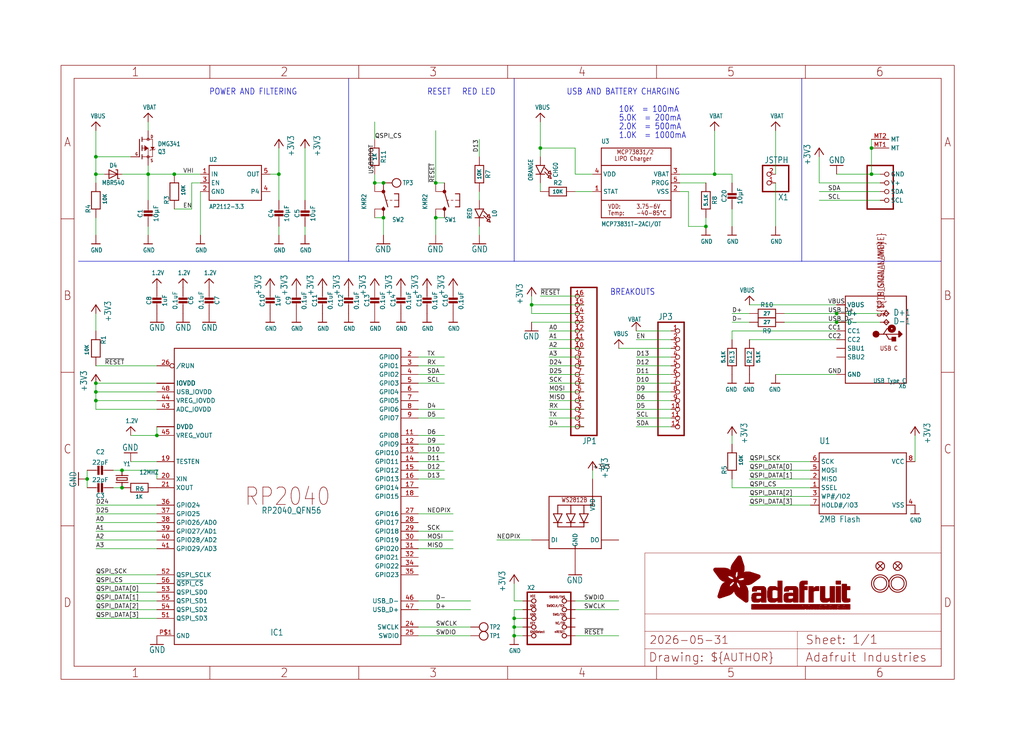
<source format=kicad_sch>
(kicad_sch (version 20230121) (generator eeschema)
  (paper "User" 298.45 217.322)
  (lib_symbols
    (symbol "working-eagle-import:+3V3" (power)
      (property "Value" "+3V3" (at -2.54 -5.08 90))
      (symbol "+3V3_1_0"
        (pin power_in line (at 0 -2.54 90) (length 2.54) (name "+3V3") (number "1"))
      )
    )
    (symbol "working-eagle-import:1.2V" (power)
      (property "Value" "1.2V" (at -1.524 1.016 0))
      (symbol "1.2V_1_0"
        (pin power_in line (at 0 -2.54 90) (length 2.54) (name "1.2V") (number "1"))
      )
    )
    (symbol "working-eagle-import:CAP_CERAMIC0603_NO"
      (property "Reference" "C" (at -2.29 1.25 90))
      (symbol "CAP_CERAMIC0603_NO_1_0"
        (pin passive line (at 0 5.08 270) (length 2.54) (name "1") (number "1"))
        (pin passive line (at 0 -2.54 90) (length 2.54) (name "2") (number "2"))
      )
    )
    (symbol "working-eagle-import:CAP_CERAMIC0805-NOOUTLINE"
      (property "Reference" "C" (at -2.29 1.25 90))
      (symbol "CAP_CERAMIC0805-NOOUTLINE_1_0"
        (pin passive line (at 0 5.08 270) (length 2.54) (name "1") (number "1"))
        (pin passive line (at 0 -2.54 90) (length 2.54) (name "2") (number "2"))
      )
    )
    (symbol "working-eagle-import:CON_JST_PH_2PIN_BATT"
      (property "Reference" "X" (at -6.35 5.715 0))
      (symbol "CON_JST_PH_2PIN_BATT_1_0"
        (pin passive inverted (at -2.54 2.54 0) (length 2.54) (name "1") (number "1"))
        (pin passive inverted (at -2.54 0 0) (length 2.54) (name "2") (number "2"))
      )
    )
    (symbol "working-eagle-import:CRYSTAL2.5X2.0"
      (property "Reference" "Y" (at -2.54 2.54 0))
      (symbol "CRYSTAL2.5X2.0_1_0"
        (pin passive line (at -2.54 0 0) (length 0) (name "1") (number "1"))
        (pin passive line (at 2.54 0 180) (length 0) (name "2") (number "3"))
      )
    )
    (symbol "working-eagle-import:DIODE-SCHOTTKYSOD-123"
      (property "Reference" "D" (at 0 2.54 0))
      (symbol "DIODE-SCHOTTKYSOD-123_1_0"
        (pin passive line (at -2.54 0 0) (length 2.54) (name "A") (number "A"))
        (pin passive line (at 2.54 0 180) (length 2.54) (name "C") (number "C"))
      )
    )
    (symbol "working-eagle-import:FIDUCIAL_1MM")
    (symbol "working-eagle-import:FRAME_A4_ADAFRUIT"
      (symbol "FRAME_A4_ADAFRUIT_1_0"
        (text "${#}/${##}" (at 230.505 10.16 0) (effects (font (size 2.54 2.54)) (justify left bottom)))
        (text "${AUTHOR}" (at 189.23 5.08 0) (effects (font (size 2.286 2.286)) (justify left bottom)))
        (text "${CURRENT_DATE}" (at 171.45 10.16 0) (effects (font (size 2.286 2.286)) (justify left bottom)))
        (text "${PROJECTNAME}" (at 171.45 15.24 0) (effects (font (size 2.54 2.54)) (justify left bottom)))
        (text "1" (at 21.6958 1.905 0) (effects (font (size 2.54 2.286))))
        (text "1" (at 21.6958 177.165 0) (effects (font (size 2.54 2.286))))
        (text "2" (at 65.0875 1.905 0) (effects (font (size 2.54 2.286))))
        (text "2" (at 65.0875 177.165 0) (effects (font (size 2.54 2.286))))
        (text "3" (at 108.4792 1.905 0) (effects (font (size 2.54 2.286))))
        (text "3" (at 108.4792 177.165 0) (effects (font (size 2.54 2.286))))
        (text "4" (at 151.8708 1.905 0) (effects (font (size 2.54 2.286))))
        (text "4" (at 151.8708 177.165 0) (effects (font (size 2.54 2.286))))
        (text "5" (at 195.2625 1.905 0) (effects (font (size 2.54 2.286))))
        (text "5" (at 195.2625 177.165 0) (effects (font (size 2.54 2.286))))
        (text "6" (at 238.6542 1.905 0) (effects (font (size 2.54 2.286))))
        (text "6" (at 238.6542 177.165 0) (effects (font (size 2.54 2.286))))
        (text "A" (at 1.905 156.6863 0) (effects (font (size 2.54 2.286))))
        (text "A" (at 258.445 156.6863 0) (effects (font (size 2.54 2.286))))
        (text "Adafruit Industries" (at 216.916 4.953 0) (effects (font (size 2.54 2.54)) (justify left bottom)))
        (text "B" (at 1.905 111.9188 0) (effects (font (size 2.54 2.286))))
        (text "B" (at 258.445 111.9188 0) (effects (font (size 2.54 2.286))))
        (text "C" (at 1.905 67.1513 0) (effects (font (size 2.54 2.286))))
        (text "C" (at 258.445 67.1513 0) (effects (font (size 2.54 2.286))))
        (text "D" (at 1.905 22.3838 0) (effects (font (size 2.54 2.286))))
        (text "D" (at 258.445 22.3838 0) (effects (font (size 2.54 2.286))))
        (text "Drawing:" (at 171.196 4.953 0) (effects (font (size 2.54 2.54)) (justify left bottom)))
        (text "Sheet:" (at 216.916 10.033 0) (effects (font (size 2.54 2.54)) (justify left bottom)))
      )
    )
    (symbol "working-eagle-import:GND" (power)
      (property "Value" "GND" (at -1.524 -2.54 0))
      (symbol "GND_1_0"
        (pin power_in line (at 0 2.54 270) (length 2.54) (name "GND") (number "1"))
      )
    )
    (symbol "working-eagle-import:HEADER-1X12"
      (property "Reference" "JP" (at -6.35 18.415 0))
      (symbol "HEADER-1X12_1_0"
        (pin passive inverted (at -2.54 15.24 0) (length 2.54) (name "1") (number "1"))
        (pin passive inverted (at -2.54 -7.62 0) (length 2.54) (name "10") (number "10"))
        (pin passive inverted (at -2.54 -10.16 0) (length 2.54) (name "11") (number "11"))
        (pin passive inverted (at -2.54 -12.7 0) (length 2.54) (name "12") (number "12"))
        (pin passive inverted (at -2.54 12.7 0) (length 2.54) (name "2") (number "2"))
        (pin passive inverted (at -2.54 10.16 0) (length 2.54) (name "3") (number "3"))
        (pin passive inverted (at -2.54 7.62 0) (length 2.54) (name "4") (number "4"))
        (pin passive inverted (at -2.54 5.08 0) (length 2.54) (name "5") (number "5"))
        (pin passive inverted (at -2.54 2.54 0) (length 2.54) (name "6") (number "6"))
        (pin passive inverted (at -2.54 0 0) (length 2.54) (name "7") (number "7"))
        (pin passive inverted (at -2.54 -2.54 0) (length 2.54) (name "8") (number "8"))
        (pin passive inverted (at -2.54 -5.08 0) (length 2.54) (name "9") (number "9"))
      )
    )
    (symbol "working-eagle-import:HEADER-1X16ROUND"
      (property "Reference" "JP" (at -6.35 20.955 0))
      (symbol "HEADER-1X16ROUND_1_0"
        (pin passive inverted (at -2.54 17.78 0) (length 2.54) (name "1") (number "1"))
        (pin passive inverted (at -2.54 -5.08 0) (length 2.54) (name "10") (number "10"))
        (pin passive inverted (at -2.54 -7.62 0) (length 2.54) (name "11") (number "11"))
        (pin passive inverted (at -2.54 -10.16 0) (length 2.54) (name "12") (number "12"))
        (pin passive inverted (at -2.54 -12.7 0) (length 2.54) (name "13") (number "13"))
        (pin passive inverted (at -2.54 -15.24 0) (length 2.54) (name "14") (number "14"))
        (pin passive inverted (at -2.54 -17.78 0) (length 2.54) (name "15") (number "15"))
        (pin passive inverted (at -2.54 -20.32 0) (length 2.54) (name "16") (number "16"))
        (pin passive inverted (at -2.54 15.24 0) (length 2.54) (name "2") (number "2"))
        (pin passive inverted (at -2.54 12.7 0) (length 2.54) (name "3") (number "3"))
        (pin passive inverted (at -2.54 10.16 0) (length 2.54) (name "4") (number "4"))
        (pin passive inverted (at -2.54 7.62 0) (length 2.54) (name "5") (number "5"))
        (pin passive inverted (at -2.54 5.08 0) (length 2.54) (name "6") (number "6"))
        (pin passive inverted (at -2.54 2.54 0) (length 2.54) (name "7") (number "7"))
        (pin passive inverted (at -2.54 0 0) (length 2.54) (name "8") (number "8"))
        (pin passive inverted (at -2.54 -2.54 0) (length 2.54) (name "9") (number "9"))
      )
    )
    (symbol "working-eagle-import:JTAG-CORTEXBOXPOSTS"
      (property "Reference" "X" (at -6.35 8.255 0))
      (symbol "JTAG-CORTEXBOXPOSTS_1_0"
        (text "GND" (at -5.588 0.762 0) (effects (font (size 0.635 0.5397)) (justify left bottom)))
        (text "GND" (at -5.588 3.302 0) (effects (font (size 0.635 0.5397)) (justify left bottom)))
        (text "GNDDetect" (at -5.588 -4.318 0) (effects (font (size 0.635 0.5397)) (justify left bottom)))
        (text "KEY" (at -5.588 -1.778 0) (effects (font (size 0.635 0.5397)) (justify left bottom)))
        (text "NC/TDI" (at 1.778 -1.778 0) (effects (font (size 0.635 0.5397)) (justify left bottom)))
        (text "nRESET" (at 1.524 -4.318 0) (effects (font (size 0.635 0.5397)) (justify left bottom)))
        (text "SWDCLK/TCK" (at -0.762 3.302 0) (effects (font (size 0.635 0.5397)) (justify left bottom)))
        (text "SWDIO/TMS" (at 0 5.842 0) (effects (font (size 0.635 0.5397)) (justify left bottom)))
        (text "SWO/TDO" (at 1.016 0.762 0) (effects (font (size 0.635 0.5397)) (justify left bottom)))
        (text "VCC" (at -5.588 6.096 0) (effects (font (size 0.635 0.5397)) (justify left bottom)))
        (pin power_in line (at -7.62 5.08 0) (length 2.54) (name "VCC") (number "1"))
        (pin bidirectional line (at 7.62 -5.08 180) (length 2.54) (name "NRESET") (number "10"))
        (pin bidirectional line (at 7.62 5.08 180) (length 2.54) (name "SWDIO") (number "2"))
        (pin power_in line (at -7.62 2.54 0) (length 2.54) (name "GND@1") (number "3"))
        (pin bidirectional line (at 7.62 2.54 180) (length 2.54) (name "SWDCLK") (number "4"))
        (pin power_in line (at -7.62 0 0) (length 2.54) (name "GND@2") (number "5"))
        (pin bidirectional line (at 7.62 0 180) (length 2.54) (name "SWO") (number "6"))
        (pin bidirectional line (at -7.62 -2.54 0) (length 2.54) (name "KEY") (number "7"))
        (pin bidirectional line (at 7.62 -2.54 180) (length 2.54) (name "TDI") (number "8"))
        (pin bidirectional line (at -7.62 -5.08 0) (length 2.54) (name "GNDDETECT") (number "9"))
      )
    )
    (symbol "working-eagle-import:LED0603_NOOUTLINE"
      (property "Reference" "D" (at -1.27 4.445 0))
      (symbol "LED0603_NOOUTLINE_1_0"
        (pin passive line (at -5.08 0 0) (length 2.54) (name "A") (number "A"))
        (pin passive line (at 2.54 0 180) (length 2.54) (name "C") (number "C"))
      )
    )
    (symbol "working-eagle-import:MCP73831/2"
      (property "Reference" "U" (at -10.16 11.43 0))
      (symbol "MCP73831/2_1_0"
        (text "-40-85°C" (at 0 -9.525 0) (effects (font (size 1.27 1.0795)) (justify left bottom)))
        (text "3.75-6V" (at 0 -7.62 0) (effects (font (size 1.27 1.0795)) (justify left bottom)))
        (text "LIPO Charger" (at -6.35 6.35 0) (effects (font (size 1.27 1.0795)) (justify left bottom)))
        (text "MCP73831/2" (at -5.715 8.255 0) (effects (font (size 1.27 1.0795)) (justify left bottom)))
        (text "Temp:" (at -8.255 -9.525 0) (effects (font (size 1.27 1.0795)) (justify left bottom)))
        (text "VDD:" (at -8.255 -7.62 0) (effects (font (size 1.27 1.0795)) (justify left bottom)))
        (pin output line (at -12.7 -2.54 0) (length 2.54) (name "STAT") (number "1"))
        (pin power_in line (at 12.7 -2.54 180) (length 2.54) (name "VSS") (number "2"))
        (pin power_in line (at 12.7 2.54 180) (length 2.54) (name "VBAT") (number "3"))
        (pin power_in line (at -12.7 2.54 0) (length 2.54) (name "VDD") (number "4"))
        (pin input line (at 12.7 0 180) (length 2.54) (name "PROG") (number "5"))
      )
    )
    (symbol "working-eagle-import:MOSFET-P"
      (property "Reference" "Q" (at 2.794 0.381 0))
      (symbol "MOSFET-P_1_0"
        (text "D" (at 0.635 -3.81 0) (effects (font (size 0.8128 0.6908)) (justify left bottom)))
        (text "G" (at -3.81 1.27 0) (effects (font (size 0.8128 0.6908)) (justify left bottom)))
        (text "S" (at 0.635 3.175 0) (effects (font (size 0.8128 0.6908)) (justify left bottom)))
        (pin passive line (at -5.08 2.54 0) (length 2.54) (name "G") (number "1"))
        (pin passive line (at 0 5.08 270) (length 2.54) (name "S") (number "2"))
        (pin passive line (at 0 -5.08 90) (length 2.54) (name "D") (number "3"))
      )
    )
    (symbol "working-eagle-import:MOUNTINGHOLE2.5")
    (symbol "working-eagle-import:RESISTOR_0603_NOOUT"
      (property "Reference" "R" (at 0 2.54 0))
      (symbol "RESISTOR_0603_NOOUT_1_0"
        (pin passive line (at -5.08 0 0) (length 2.54) (name "1") (number "1"))
        (pin passive line (at 5.08 0 180) (length 2.54) (name "2") (number "2"))
      )
    )
    (symbol "working-eagle-import:RP2040_QFN56"
      (property "Reference" "IC" (at -5.08 -40.64 0))
      (symbol "RP2040_QFN56_1_0"
        (text "RP2040" (at 0 0 0) (effects (font (size 5.08 4.318))))
        (pin power_in line (at -38.1 33.02 0) (length 5.08) (name "IOVDD") (number "1"))
        (pin power_in line (at -38.1 33.02 0) (length 5.08) (name "IOVDD") (number "10"))
        (pin bidirectional line (at 38.1 17.78 180) (length 5.08) (name "GPIO8") (number "11"))
        (pin bidirectional line (at 38.1 15.24 180) (length 5.08) (name "GPIO9") (number "12"))
        (pin bidirectional line (at 38.1 12.7 180) (length 5.08) (name "GPIO10") (number "13"))
        (pin bidirectional line (at 38.1 10.16 180) (length 5.08) (name "GPIO11") (number "14"))
        (pin bidirectional line (at 38.1 7.62 180) (length 5.08) (name "GPIO12") (number "15"))
        (pin bidirectional line (at 38.1 5.08 180) (length 5.08) (name "GPIO13") (number "16"))
        (pin bidirectional line (at 38.1 2.54 180) (length 5.08) (name "GPIO14") (number "17"))
        (pin bidirectional line (at 38.1 0 180) (length 5.08) (name "GPIO15") (number "18"))
        (pin input line (at -38.1 10.16 0) (length 5.08) (name "TESTEN") (number "19"))
        (pin bidirectional line (at 38.1 40.64 180) (length 5.08) (name "GPIO0") (number "2"))
        (pin input line (at -38.1 5.08 0) (length 5.08) (name "XIN") (number "20"))
        (pin output line (at -38.1 2.54 0) (length 5.08) (name "XOUT") (number "21"))
        (pin power_in line (at -38.1 33.02 0) (length 5.08) (name "IOVDD") (number "22"))
        (pin power_in line (at -38.1 20.32 0) (length 5.08) (name "DVDD") (number "23"))
        (pin bidirectional line (at 38.1 -38.1 180) (length 5.08) (name "SWCLK") (number "24"))
        (pin bidirectional line (at 38.1 -40.64 180) (length 5.08) (name "SWDIO") (number "25"))
        (pin bidirectional inverted (at -38.1 38.1 0) (length 5.08) (name "/RUN") (number "26"))
        (pin bidirectional line (at 38.1 -5.08 180) (length 5.08) (name "GPIO16") (number "27"))
        (pin bidirectional line (at 38.1 -7.62 180) (length 5.08) (name "GPIO17") (number "28"))
        (pin bidirectional line (at 38.1 -10.16 180) (length 5.08) (name "GPIO18") (number "29"))
        (pin bidirectional line (at 38.1 38.1 180) (length 5.08) (name "GPIO1") (number "3"))
        (pin bidirectional line (at 38.1 -12.7 180) (length 5.08) (name "GPIO19") (number "30"))
        (pin bidirectional line (at 38.1 -15.24 180) (length 5.08) (name "GPIO20") (number "31"))
        (pin bidirectional line (at 38.1 -17.78 180) (length 5.08) (name "GPIO21") (number "32"))
        (pin power_in line (at -38.1 33.02 0) (length 5.08) (name "IOVDD") (number "33"))
        (pin bidirectional line (at 38.1 -20.32 180) (length 5.08) (name "GPIO22") (number "34"))
        (pin bidirectional line (at 38.1 -22.86 180) (length 5.08) (name "GPIO23") (number "35"))
        (pin bidirectional line (at -38.1 -2.54 0) (length 5.08) (name "GPIO24") (number "36"))
        (pin bidirectional line (at -38.1 -5.08 0) (length 5.08) (name "GPIO25") (number "37"))
        (pin bidirectional line (at -38.1 -7.62 0) (length 5.08) (name "GPIO26/AD0") (number "38"))
        (pin bidirectional line (at -38.1 -10.16 0) (length 5.08) (name "GPIO27/AD1") (number "39"))
        (pin bidirectional line (at 38.1 35.56 180) (length 5.08) (name "GPIO2") (number "4"))
        (pin bidirectional line (at -38.1 -12.7 0) (length 5.08) (name "GPIO28/AD2") (number "40"))
        (pin bidirectional line (at -38.1 -15.24 0) (length 5.08) (name "GPIO29/AD3") (number "41"))
        (pin power_in line (at -38.1 33.02 0) (length 5.08) (name "IOVDD") (number "42"))
        (pin power_in line (at -38.1 25.4 0) (length 5.08) (name "ADC_IOVDD") (number "43"))
        (pin power_in line (at -38.1 27.94 0) (length 5.08) (name "VREG_IOVDD") (number "44"))
        (pin power_in line (at -38.1 17.78 0) (length 5.08) (name "VREG_VOUT") (number "45"))
        (pin bidirectional line (at 38.1 -30.48 180) (length 5.08) (name "USB_D-") (number "46"))
        (pin bidirectional line (at 38.1 -33.02 180) (length 5.08) (name "USB_D+") (number "47"))
        (pin power_in line (at -38.1 30.48 0) (length 5.08) (name "USB_IOVDD") (number "48"))
        (pin power_in line (at -38.1 33.02 0) (length 5.08) (name "IOVDD") (number "49"))
        (pin bidirectional line (at 38.1 33.02 180) (length 5.08) (name "GPIO3") (number "5"))
        (pin power_in line (at -38.1 20.32 0) (length 5.08) (name "DVDD") (number "50"))
        (pin bidirectional line (at -38.1 -35.56 0) (length 5.08) (name "QSPI_SD3") (number "51"))
        (pin bidirectional line (at -38.1 -22.86 0) (length 5.08) (name "QSPI_SCLK") (number "52"))
        (pin bidirectional line (at -38.1 -27.94 0) (length 5.08) (name "QSPI_SD0") (number "53"))
        (pin bidirectional line (at -38.1 -33.02 0) (length 5.08) (name "QSPI_SD2") (number "54"))
        (pin bidirectional line (at -38.1 -30.48 0) (length 5.08) (name "QSPI_SD1") (number "55"))
        (pin bidirectional line (at -38.1 -25.4 0) (length 5.08) (name "~{QSPI_CS}") (number "56"))
        (pin bidirectional line (at 38.1 30.48 180) (length 5.08) (name "GPIO4") (number "6"))
        (pin bidirectional line (at 38.1 27.94 180) (length 5.08) (name "GPIO5") (number "7"))
        (pin bidirectional line (at 38.1 25.4 180) (length 5.08) (name "GPIO6") (number "8"))
        (pin bidirectional line (at 38.1 22.86 180) (length 5.08) (name "GPIO7") (number "9"))
        (pin power_in line (at -38.1 -40.64 0) (length 5.08) (name "GND") (number "P$1"))
      )
    )
    (symbol "working-eagle-import:SPIFLASH_8PIN208MIL"
      (property "Reference" "U" (at -12.7 12.7 0))
      (symbol "SPIFLASH_8PIN208MIL_1_0"
        (pin bidirectional line (at -15.24 0 0) (length 2.54) (name "SSEL") (number "1"))
        (pin bidirectional line (at -15.24 2.54 0) (length 2.54) (name "MISO") (number "2"))
        (pin bidirectional line (at -15.24 -2.54 0) (length 2.54) (name "WP#/IO2") (number "3"))
        (pin bidirectional line (at 15.24 -5.08 180) (length 2.54) (name "VSS") (number "4"))
        (pin bidirectional line (at -15.24 5.08 0) (length 2.54) (name "MOSI") (number "5"))
        (pin bidirectional line (at -15.24 7.62 0) (length 2.54) (name "SCK") (number "6"))
        (pin bidirectional line (at -15.24 -5.08 0) (length 2.54) (name "HOLD#/IO3") (number "7"))
        (pin bidirectional line (at 15.24 7.62 180) (length 2.54) (name "VCC") (number "8"))
      )
    )
    (symbol "working-eagle-import:STEMMA_I2C_QT"
      (symbol "STEMMA_I2C_QT_1_0"
        (pin passive inverted (at 0 5.08 0) (length 2.54) (name "GND") (number "1"))
        (pin passive inverted (at 0 2.54 0) (length 2.54) (name "V+") (number "2"))
        (pin passive inverted (at 0 0 0) (length 2.54) (name "SDA") (number "3"))
        (pin passive inverted (at 0 -2.54 0) (length 2.54) (name "SCL") (number "4"))
      )
      (symbol "STEMMA_I2C_QT_2_0"
        (pin bidirectional line (at 0 0 0) (length 5.08) (name "MT") (number "MT1"))
      )
      (symbol "STEMMA_I2C_QT_3_0"
        (pin bidirectional line (at 0 0 0) (length 5.08) (name "MT") (number "MT2"))
      )
    )
    (symbol "working-eagle-import:SWITCH_TACT_SMT4.6X2.8"
      (property "Reference" "SW" (at -2.54 6.35 0))
      (symbol "SWITCH_TACT_SMT4.6X2.8_1_0"
        (pin passive line (at -5.08 0 0) (length 2.54) (name "P") (number "A"))
        (pin passive line (at -5.08 -2.54 0) (length 2.54) (name "P1") (number "A'"))
        (pin passive line (at 5.08 0 180) (length 2.54) (name "S") (number "B"))
        (pin passive line (at 5.08 -2.54 180) (length 2.54) (name "S1") (number "B'"))
      )
    )
    (symbol "working-eagle-import:TESTPOINTROUND1.5MMNO"
      (property "Reference" "TP" (at 0 5.588 90))
      (symbol "TESTPOINTROUND1.5MMNO_1_0"
        (pin bidirectional line (at 0 0 90) (length 2.54) (name "P$1") (number "P$1"))
      )
    )
    (symbol "working-eagle-import:TPB1,27"
      (property "Reference" "TP" (at -1.27 1.27 0))
      (symbol "TPB1,27_1_0"
        (text "${TP_SIGNAL_NAME}" (at 1.27 -1.27 0) (effects (font (size 1.778 1.5113)) (justify left bottom)))
        (pin input line (at 0 -2.54 90) (length 2.54) (name "TP") (number "TP"))
      )
    )
    (symbol "working-eagle-import:USB_C"
      (property "Reference" "X" (at -10.16 13.716 0))
      (symbol "USB_C_1_0"
        (text "USB C" (at -5.08 -2.54 0) (effects (font (size 1.27 1.0795))))
        (pin power_in line (at 10.16 -10.16 180) (length 2.54) (name "GND") (number "A1B12"))
        (pin power_in line (at 10.16 10.16 180) (length 2.54) (name "VBUS") (number "A4B9"))
        (pin bidirectional line (at 10.16 2.54 180) (length 2.54) (name "CC1") (number "A5"))
        (pin bidirectional line (at 10.16 7.62 180) (length 2.54) (name "D+") (number "A6"))
        (pin bidirectional line (at 10.16 5.08 180) (length 2.54) (name "D-") (number "A7"))
        (pin bidirectional line (at 10.16 -2.54 180) (length 2.54) (name "SBU1") (number "A8"))
        (pin power_in line (at 10.16 -10.16 180) (length 2.54) (name "GND") (number "B1A12"))
        (pin power_in line (at 10.16 10.16 180) (length 2.54) (name "VBUS") (number "B4A9"))
        (pin bidirectional line (at 10.16 0 180) (length 2.54) (name "CC2") (number "B5"))
        (pin bidirectional line (at 10.16 7.62 180) (length 2.54) (name "D+") (number "B6"))
        (pin bidirectional line (at 10.16 5.08 180) (length 2.54) (name "D-") (number "B7"))
        (pin bidirectional line (at 10.16 -5.08 180) (length 2.54) (name "SBU2") (number "B8"))
      )
    )
    (symbol "working-eagle-import:VBAT" (power)
      (property "Value" "VBAT" (at -1.524 1.016 0))
      (symbol "VBAT_1_0"
        (pin power_in line (at 0 -2.54 90) (length 2.54) (name "VBAT") (number "1"))
      )
    )
    (symbol "working-eagle-import:VBUS" (power)
      (property "Value" "VBUS" (at -1.524 1.016 0))
      (symbol "VBUS_1_0"
        (pin power_in line (at 0 -2.54 90) (length 2.54) (name "VBUS") (number "1"))
      )
    )
    (symbol "working-eagle-import:VREG_SOT23-5"
      (property "Reference" "U" (at -7.62 6.096 0))
      (symbol "VREG_SOT23-5_1_0"
        (pin power_in line (at -10.16 2.54 0) (length 2.54) (name "IN") (number "1"))
        (pin power_in line (at -10.16 -2.54 0) (length 2.54) (name "GND") (number "2"))
        (pin input line (at -10.16 0 0) (length 2.54) (name "EN") (number "3"))
        (pin bidirectional line (at 10.16 -2.54 180) (length 2.54) (name "P4") (number "4"))
        (pin power_in line (at 10.16 2.54 180) (length 2.54) (name "OUT") (number "5"))
      )
    )
    (symbol "working-eagle-import:WS2812B3535"
      (symbol "WS2812B3535_1_0"
        (text "WS2812B" (at -4.064 8.382 0) (effects (font (size 1.27 1.0795)) (justify left bottom)))
        (pin input line (at -12.7 -2.54 0) (length 5.08) (name "DI") (number "1"))
        (pin power_in line (at 5.08 15.24 270) (length 5.08) (name "VDD") (number "2"))
        (pin output line (at 12.7 -2.54 180) (length 5.08) (name "DO") (number "3"))
        (pin power_in line (at 0 -10.16 90) (length 5.08) (name "GND") (number "4"))
      )
    )
    (symbol "working-eagle-import:supply1_GND" (power)
      (property "Value" "supply1_GND" (at -2.54 -2.54 0))
      (symbol "supply1_GND_1_0"
        (pin power_in line (at 0 2.54 270) (length 2.54) (name "GND") (number "1"))
      )
    )
  )
  (junction (at 127 53.34))
  (junction (at 154.94 88.9))
  (junction (at 254 43.18))
  (junction (at 149.86 182.88))
  (junction (at 25.4 139.7))
  (junction (at 35.56 137.16))
  (junction (at 50.8 50.8))
  (junction (at 27.94 114.3))
  (junction (at 243.84 91.44))
  (junction (at 149.86 180.34))
  (junction (at 208.28 50.8))
  (junction (at 243.84 93.98))
  (junction (at 149.86 185.42))
  (junction (at 157.48 43.18))
  (junction (at 27.94 45.72))
  (junction (at 45.72 127))
  (junction (at 81.28 50.8))
  (junction (at 111.76 63.5))
  (junction (at 27.94 116.84))
  (junction (at 35.56 142.24))
  (junction (at 205.74 66.04))
  (junction (at 127 63.5))
  (junction (at 109.22 53.34))
  (junction (at 111.76 53.34))
  (junction (at 27.94 50.8))
  (junction (at 27.94 111.76))
  (junction (at 254 50.8))
  (junction (at 43.18 50.8))
  (wire (pts (xy 208.28 50.8) (xy 198.12 50.8)) (stroke (width 0.1524)))
  (wire (pts (xy 149.86 180.34) (xy 149.86 182.88)) (stroke (width 0.1524)))
  (wire (pts (xy 121.92 149.86) (xy 132.08 149.86)) (stroke (width 0.1524)))
  (polyline (pts (xy 101.6 76.2) (xy 101.6 22.86)) (stroke (width 0.1524) (type solid)))
  (wire (pts (xy 226.06 38.1) (xy 226.06 50.8)) (stroke (width 0.1524)))
  (wire (pts (xy 127 68.58) (xy 127 63.5)) (stroke (width 0.1524)))
  (wire (pts (xy 213.36 142.24) (xy 236.22 142.24)) (stroke (width 0.1524)))
  (wire (pts (xy 213.36 96.52) (xy 213.36 99.06)) (stroke (width 0.1524)))
  (wire (pts (xy 157.48 43.18) (xy 167.64 43.18)) (stroke (width 0.1524)))
  (wire (pts (xy 78.74 50.8) (xy 81.28 50.8)) (stroke (width 0.1524)))
  (wire (pts (xy 254 50.8) (xy 254 43.18)) (stroke (width 0.1524)))
  (wire (pts (xy 149.86 180.34) (xy 152.4 180.34)) (stroke (width 0.1524)))
  (wire (pts (xy 152.4 185.42) (xy 149.86 185.42)) (stroke (width 0.1524)))
  (wire (pts (xy 27.94 50.8) (xy 27.94 45.72)) (stroke (width 0.1524)))
  (wire (pts (xy 243.84 93.98) (xy 256.54 93.98)) (stroke (width 0.1524)))
  (wire (pts (xy 195.58 109.22) (xy 185.42 109.22)) (stroke (width 0.1524)))
  (wire (pts (xy 129.54 63.5) (xy 127 63.5)) (stroke (width 0.1524)))
  (wire (pts (xy 218.44 88.9) (xy 243.84 88.9)) (stroke (width 0.1524)))
  (wire (pts (xy 43.18 35.56) (xy 43.18 38.1)) (stroke (width 0.1524)))
  (wire (pts (xy 160.02 124.46) (xy 170.18 124.46)) (stroke (width 0.1524)))
  (wire (pts (xy 55.88 53.34) (xy 58.42 53.34)) (stroke (width 0.1524)))
  (polyline (pts (xy 233.68 76.2) (xy 149.86 76.2)) (stroke (width 0.1524) (type solid)))
  (wire (pts (xy 45.72 106.68) (xy 27.94 106.68)) (stroke (width 0.1524)))
  (wire (pts (xy 160.02 116.84) (xy 170.18 116.84)) (stroke (width 0.1524)))
  (wire (pts (xy 45.72 111.76) (xy 27.94 111.76)) (stroke (width 0.1524)))
  (wire (pts (xy 208.28 38.1) (xy 208.28 50.8)) (stroke (width 0.1524)))
  (wire (pts (xy 27.94 147.32) (xy 45.72 147.32)) (stroke (width 0.1524)))
  (wire (pts (xy 149.86 185.42) (xy 149.86 182.88)) (stroke (width 0.1524)))
  (wire (pts (xy 81.28 50.8) (xy 81.28 43.18)) (stroke (width 0.1524)))
  (wire (pts (xy 238.76 53.34) (xy 238.76 45.72)) (stroke (width 0.1524)))
  (wire (pts (xy 45.72 149.86) (xy 27.94 149.86)) (stroke (width 0.1524)))
  (wire (pts (xy 127 53.34) (xy 129.54 53.34)) (stroke (width 0.1524)))
  (wire (pts (xy 27.94 154.94) (xy 45.72 154.94)) (stroke (width 0.1524)))
  (wire (pts (xy 58.42 50.8) (xy 50.8 50.8)) (stroke (width 0.1524)))
  (wire (pts (xy 154.94 88.9) (xy 170.18 88.9)) (stroke (width 0.1524)))
  (wire (pts (xy 256.54 53.34) (xy 238.76 53.34)) (stroke (width 0.1524)))
  (wire (pts (xy 167.64 175.26) (xy 180.34 175.26)) (stroke (width 0.1524)))
  (polyline (pts (xy 274.32 76.2) (xy 233.68 76.2)) (stroke (width 0.1524) (type solid)))
  (polyline (pts (xy 22.86 76.2) (xy 101.6 76.2)) (stroke (width 0.1524) (type solid)))
  (wire (pts (xy 45.72 119.38) (xy 27.94 119.38)) (stroke (width 0.1524)))
  (wire (pts (xy 236.22 134.62) (xy 218.44 134.62)) (stroke (width 0.1524)))
  (wire (pts (xy 200.66 66.04) (xy 205.74 66.04)) (stroke (width 0.1524)))
  (wire (pts (xy 111.76 53.34) (xy 109.22 53.34)) (stroke (width 0.1524)))
  (wire (pts (xy 27.94 114.3) (xy 27.94 111.76)) (stroke (width 0.1524)))
  (wire (pts (xy 50.8 60.96) (xy 55.88 60.96)) (stroke (width 0.1524)))
  (wire (pts (xy 121.92 129.54) (xy 129.54 129.54)) (stroke (width 0.1524)))
  (wire (pts (xy 35.56 50.8) (xy 43.18 50.8)) (stroke (width 0.1524)))
  (wire (pts (xy 243.84 91.44) (xy 256.54 91.44)) (stroke (width 0.1524)))
  (wire (pts (xy 228.6 93.98) (xy 243.84 93.98)) (stroke (width 0.1524)))
  (wire (pts (xy 170.18 114.3) (xy 160.02 114.3)) (stroke (width 0.1524)))
  (wire (pts (xy 160.02 109.22) (xy 170.18 109.22)) (stroke (width 0.1524)))
  (wire (pts (xy 218.44 91.44) (xy 213.36 91.44)) (stroke (width 0.1524)))
  (wire (pts (xy 160.02 104.14) (xy 170.18 104.14)) (stroke (width 0.1524)))
  (wire (pts (xy 254 50.8) (xy 243.84 50.8)) (stroke (width 0.1524)))
  (wire (pts (xy 198.12 53.34) (xy 205.74 53.34)) (stroke (width 0.1524)))
  (wire (pts (xy 157.48 45.72) (xy 157.48 43.18)) (stroke (width 0.1524)))
  (wire (pts (xy 109.22 63.5) (xy 111.76 63.5)) (stroke (width 0.1524)))
  (wire (pts (xy 27.94 45.72) (xy 27.94 38.1)) (stroke (width 0.1524)))
  (wire (pts (xy 45.72 167.64) (xy 27.94 167.64)) (stroke (width 0.1524)))
  (wire (pts (xy 45.72 124.46) (xy 45.72 127)) (stroke (width 0.1524)))
  (wire (pts (xy 121.92 111.76) (xy 129.54 111.76)) (stroke (width 0.1524)))
  (wire (pts (xy 154.94 157.48) (xy 144.78 157.48)) (stroke (width 0.1524)))
  (wire (pts (xy 236.22 139.7) (xy 218.44 139.7)) (stroke (width 0.1524)))
  (wire (pts (xy 185.42 99.06) (xy 195.58 99.06)) (stroke (width 0.1524)))
  (wire (pts (xy 180.34 177.8) (xy 167.64 177.8)) (stroke (width 0.1524)))
  (wire (pts (xy 137.16 182.88) (xy 121.92 182.88)) (stroke (width 0.1524)))
  (wire (pts (xy 149.86 177.8) (xy 149.86 180.34)) (stroke (width 0.1524)))
  (wire (pts (xy 25.4 139.7) (xy 25.4 137.16)) (stroke (width 0.1524)))
  (polyline (pts (xy 233.68 76.2) (xy 233.68 22.86)) (stroke (width 0.1524) (type solid)))
  (wire (pts (xy 218.44 147.32) (xy 236.22 147.32)) (stroke (width 0.1524)))
  (wire (pts (xy 81.28 66.04) (xy 81.28 68.58)) (stroke (width 0.1524)))
  (wire (pts (xy 121.92 119.38) (xy 129.54 119.38)) (stroke (width 0.1524)))
  (wire (pts (xy 27.94 91.44) (xy 27.94 96.52)) (stroke (width 0.1524)))
  (wire (pts (xy 88.9 58.42) (xy 88.9 43.18)) (stroke (width 0.1524)))
  (wire (pts (xy 111.76 63.5) (xy 111.76 68.58)) (stroke (width 0.1524)))
  (wire (pts (xy 152.4 177.8) (xy 149.86 177.8)) (stroke (width 0.1524)))
  (wire (pts (xy 88.9 66.04) (xy 88.9 68.58)) (stroke (width 0.1524)))
  (wire (pts (xy 213.36 50.8) (xy 208.28 50.8)) (stroke (width 0.1524)))
  (wire (pts (xy 25.4 142.24) (xy 25.4 139.7)) (stroke (width 0.1524)))
  (wire (pts (xy 58.42 55.88) (xy 58.42 68.58)) (stroke (width 0.1524)))
  (wire (pts (xy 170.18 101.6) (xy 160.02 101.6)) (stroke (width 0.1524)))
  (wire (pts (xy 160.02 121.92) (xy 170.18 121.92)) (stroke (width 0.1524)))
  (wire (pts (xy 81.28 58.42) (xy 81.28 50.8)) (stroke (width 0.1524)))
  (wire (pts (xy 226.06 66.04) (xy 226.06 53.34)) (stroke (width 0.1524)))
  (wire (pts (xy 238.76 58.42) (xy 256.54 58.42)) (stroke (width 0.1524)))
  (wire (pts (xy 27.94 180.34) (xy 45.72 180.34)) (stroke (width 0.1524)))
  (wire (pts (xy 127 38.1) (xy 127 53.34)) (stroke (width 0.1524)))
  (wire (pts (xy 45.72 152.4) (xy 27.94 152.4)) (stroke (width 0.1524)))
  (wire (pts (xy 213.36 127) (xy 213.36 129.54)) (stroke (width 0.1524)))
  (wire (pts (xy 185.42 111.76) (xy 195.58 111.76)) (stroke (width 0.1524)))
  (wire (pts (xy 149.86 175.26) (xy 149.86 170.18)) (stroke (width 0.1524)))
  (wire (pts (xy 213.36 60.96) (xy 213.36 66.04)) (stroke (width 0.1524)))
  (wire (pts (xy 38.1 45.72) (xy 27.94 45.72)) (stroke (width 0.1524)))
  (wire (pts (xy 195.58 104.14) (xy 185.42 104.14)) (stroke (width 0.1524)))
  (wire (pts (xy 167.64 50.8) (xy 172.72 50.8)) (stroke (width 0.1524)))
  (wire (pts (xy 121.92 157.48) (xy 132.08 157.48)) (stroke (width 0.1524)))
  (wire (pts (xy 243.84 96.52) (xy 213.36 96.52)) (stroke (width 0.1524)))
  (wire (pts (xy 43.18 66.04) (xy 43.18 68.58)) (stroke (width 0.1524)))
  (wire (pts (xy 121.92 139.7) (xy 129.54 139.7)) (stroke (width 0.1524)))
  (wire (pts (xy 170.18 96.52) (xy 160.02 96.52)) (stroke (width 0.1524)))
  (wire (pts (xy 170.18 106.68) (xy 160.02 106.68)) (stroke (width 0.1524)))
  (wire (pts (xy 198.12 55.88) (xy 200.66 55.88)) (stroke (width 0.1524)))
  (wire (pts (xy 195.58 121.92) (xy 185.42 121.92)) (stroke (width 0.1524)))
  (wire (pts (xy 27.94 119.38) (xy 27.94 116.84)) (stroke (width 0.1524)))
  (wire (pts (xy 266.7 127) (xy 266.7 134.62)) (stroke (width 0.1524)))
  (wire (pts (xy 185.42 106.68) (xy 195.58 106.68)) (stroke (width 0.1524)))
  (wire (pts (xy 45.72 114.3) (xy 27.94 114.3)) (stroke (width 0.1524)))
  (wire (pts (xy 45.72 170.18) (xy 27.94 170.18)) (stroke (width 0.1524)))
  (wire (pts (xy 35.56 137.16) (xy 45.72 137.16)) (stroke (width 0.1524)))
  (wire (pts (xy 154.94 91.44) (xy 154.94 88.9)) (stroke (width 0.1524)))
  (wire (pts (xy 139.7 66.04) (xy 139.7 68.58)) (stroke (width 0.1524)))
  (wire (pts (xy 213.36 139.7) (xy 213.36 142.24)) (stroke (width 0.1524)))
  (polyline (pts (xy 149.86 76.2) (xy 101.6 76.2)) (stroke (width 0.1524) (type solid)))
  (wire (pts (xy 45.72 157.48) (xy 27.94 157.48)) (stroke (width 0.1524)))
  (wire (pts (xy 121.92 104.14) (xy 129.54 104.14)) (stroke (width 0.1524)))
  (wire (pts (xy 33.02 142.24) (xy 35.56 142.24)) (stroke (width 0.1524)))
  (wire (pts (xy 213.36 93.98) (xy 218.44 93.98)) (stroke (width 0.1524)))
  (wire (pts (xy 27.94 177.8) (xy 45.72 177.8)) (stroke (width 0.1524)))
  (wire (pts (xy 170.18 119.38) (xy 160.02 119.38)) (stroke (width 0.1524)))
  (wire (pts (xy 167.64 185.42) (xy 180.34 185.42)) (stroke (width 0.1524)))
  (wire (pts (xy 50.8 50.8) (xy 43.18 50.8)) (stroke (width 0.1524)))
  (wire (pts (xy 185.42 96.52) (xy 195.58 96.52)) (stroke (width 0.1524)))
  (wire (pts (xy 149.86 182.88) (xy 152.4 182.88)) (stroke (width 0.1524)))
  (wire (pts (xy 27.94 160.02) (xy 45.72 160.02)) (stroke (width 0.1524)))
  (wire (pts (xy 256.54 55.88) (xy 238.76 55.88)) (stroke (width 0.1524)))
  (wire (pts (xy 121.92 121.92) (xy 129.54 121.92)) (stroke (width 0.1524)))
  (wire (pts (xy 121.92 127) (xy 129.54 127)) (stroke (width 0.1524)))
  (wire (pts (xy 170.18 86.36) (xy 157.48 86.36)) (stroke (width 0.1524)))
  (wire (pts (xy 170.18 91.44) (xy 154.94 91.44)) (stroke (width 0.1524)))
  (wire (pts (xy 157.48 53.34) (xy 157.48 55.88)) (stroke (width 0.1524)))
  (wire (pts (xy 27.94 175.26) (xy 45.72 175.26)) (stroke (width 0.1524)))
  (wire (pts (xy 121.92 154.94) (xy 132.08 154.94)) (stroke (width 0.1524)))
  (wire (pts (xy 139.7 55.88) (xy 139.7 58.42)) (stroke (width 0.1524)))
  (wire (pts (xy 226.06 109.22) (xy 243.84 109.22)) (stroke (width 0.1524)))
  (wire (pts (xy 243.84 91.44) (xy 228.6 91.44)) (stroke (width 0.1524)))
  (wire (pts (xy 121.92 109.22) (xy 129.54 109.22)) (stroke (width 0.1524)))
  (wire (pts (xy 27.94 116.84) (xy 27.94 114.3)) (stroke (width 0.1524)))
  (wire (pts (xy 139.7 45.72) (xy 139.7 40.64)) (stroke (width 0.1524)))
  (wire (pts (xy 121.92 134.62) (xy 129.54 134.62)) (stroke (width 0.1524)))
  (wire (pts (xy 121.92 160.02) (xy 132.08 160.02)) (stroke (width 0.1524)))
  (wire (pts (xy 27.94 53.34) (xy 27.94 50.8)) (stroke (width 0.1524)))
  (wire (pts (xy 27.94 172.72) (xy 45.72 172.72)) (stroke (width 0.1524)))
  (wire (pts (xy 38.1 127) (xy 45.72 127)) (stroke (width 0.1524)))
  (wire (pts (xy 218.44 137.16) (xy 236.22 137.16)) (stroke (width 0.1524)))
  (wire (pts (xy 35.56 137.16) (xy 33.02 137.16)) (stroke (width 0.1524)))
  (wire (pts (xy 185.42 116.84) (xy 195.58 116.84)) (stroke (width 0.1524)))
  (wire (pts (xy 45.72 116.84) (xy 27.94 116.84)) (stroke (width 0.1524)))
  (wire (pts (xy 185.42 124.46) (xy 195.58 124.46)) (stroke (width 0.1524)))
  (wire (pts (xy 109.22 53.34) (xy 109.22 50.8)) (stroke (width 0.1524)))
  (wire (pts (xy 167.64 43.18) (xy 167.64 50.8)) (stroke (width 0.1524)))
  (wire (pts (xy 195.58 101.6) (xy 180.34 101.6)) (stroke (width 0.1524)))
  (wire (pts (xy 200.66 55.88) (xy 200.66 66.04)) (stroke (width 0.1524)))
  (wire (pts (xy 170.18 111.76) (xy 160.02 111.76)) (stroke (width 0.1524)))
  (wire (pts (xy 254 43.18) (xy 254 40.64)) (stroke (width 0.1524)))
  (wire (pts (xy 157.48 35.56) (xy 157.48 43.18)) (stroke (width 0.1524)))
  (wire (pts (xy 129.54 106.68) (xy 121.92 106.68)) (stroke (width 0.1524)))
  (wire (pts (xy 27.94 68.58) (xy 27.94 63.5)) (stroke (width 0.1524)))
  (wire (pts (xy 243.84 99.06) (xy 218.44 99.06)) (stroke (width 0.1524)))
  (wire (pts (xy 195.58 114.3) (xy 185.42 114.3)) (stroke (width 0.1524)))
  (wire (pts (xy 205.74 63.5) (xy 205.74 66.04)) (stroke (width 0.1524)))
  (wire (pts (xy 121.92 137.16) (xy 129.54 137.16)) (stroke (width 0.1524)))
  (wire (pts (xy 45.72 134.62) (xy 38.1 134.62)) (stroke (width 0.1524)))
  (wire (pts (xy 160.02 99.06) (xy 170.18 99.06)) (stroke (width 0.1524)))
  (wire (pts (xy 121.92 132.08) (xy 129.54 132.08)) (stroke (width 0.1524)))
  (wire (pts (xy 43.18 48.26) (xy 43.18 50.8)) (stroke (width 0.1524)))
  (wire (pts (xy 43.18 50.8) (xy 43.18 58.42)) (stroke (width 0.1524)))
  (wire (pts (xy 55.88 60.96) (xy 55.88 53.34)) (stroke (width 0.1524)))
  (wire (pts (xy 170.18 93.98) (xy 154.94 93.98)) (stroke (width 0.1524)))
  (wire (pts (xy 152.4 175.26) (xy 149.86 175.26)) (stroke (width 0.1524)))
  (wire (pts (xy 236.22 144.78) (xy 218.44 144.78)) (stroke (width 0.1524)))
  (wire (pts (xy 154.94 86.36) (xy 154.94 88.9)) (stroke (width 0.1524)))
  (wire (pts (xy 213.36 53.34) (xy 213.36 50.8)) (stroke (width 0.1524)))
  (wire (pts (xy 109.22 40.64) (xy 109.22 35.56)) (stroke (width 0.1524)))
  (polyline (pts (xy 149.86 76.2) (xy 149.86 22.86)) (stroke (width 0.1524) (type solid)))
  (wire (pts (xy 195.58 119.38) (xy 185.42 119.38)) (stroke (width 0.1524)))
  (wire (pts (xy 30.48 50.8) (xy 27.94 50.8)) (stroke (width 0.1524)))
  (wire (pts (xy 256.54 50.8) (xy 254 50.8)) (stroke (width 0.1524)))
  (wire (pts (xy 167.64 55.88) (xy 172.72 55.88)) (stroke (width 0.1524)))
  (wire (pts (xy 121.92 185.42) (xy 137.16 185.42)) (stroke (width 0.1524)))
  (wire (pts (xy 172.72 139.7) (xy 172.72 137.16)) (stroke (width 0.1524)))
  (wire (pts (xy 121.92 177.8) (xy 137.16 177.8)) (stroke (width 0.1524)))
  (wire (pts (xy 121.92 175.26) (xy 137.16 175.26)) (stroke (width 0.1524)))
  (wire (pts (xy 45.72 137.16) (xy 45.72 139.7)) (stroke (width 0.1524)))
  (text "BREAKOUTS" (at 177.8 86.36 0) (effects (font (size 1.778 1.5113)) (justify left bottom)))
  (text "5.0K  = 200mA" (at 180.34 35.56 0) (effects (font (size 1.778 1.5113)) (justify left bottom)))
  (text "RESET" (at 124.46 27.94 0) (effects (font (size 1.778 1.5113)) (justify left bottom)))
  (text "USB AND BATTERY CHARGING" (at 165.1 27.94 0) (effects (font (size 1.778 1.5113)) (justify left bottom)))
  (text "POWER AND FILTERING" (at 60.96 27.94 0) (effects (font (size 1.778 1.5113)) (justify left bottom)))
  (text "2.0K  = 500mA" (at 180.34 38.1 0) (effects (font (size 1.778 1.5113)) (justify left bottom)))
  (text "1.0K  = 1000mA" (at 180.34 40.64 0) (effects (font (size 1.778 1.5113)) (justify left bottom)))
  (text "10K  = 100mA" (at 180.34 33.02 0) (effects (font (size 1.778 1.5113)) (justify left bottom)))
  (text "RED LED" (at 134.62 27.94 0) (effects (font (size 1.778 1.5113)) (justify left bottom)))
  (label "D6" (at 124.46 127 0) (effects (font (size 1.2446 1.2446))))
  (label "EN" (at 185.42 99.06 0) (effects (font (size 1.2446 1.2446))))
  (label "NEOPIX" (at 144.78 157.48 0) (effects (font (size 1.2446 1.2446))))
  (label "+3V3" (at 172.72 137.16 0) (effects (font (size 1.2446 1.2446))))
  (label "D13" (at 139.7 40.64 270) (effects (font (size 1.2446 1.2446))))
  (label "MISO" (at 160.02 116.84 0) (effects (font (size 1.2446 1.2446))))
  (label "D11" (at 185.42 109.22 0) (effects (font (size 1.2446 1.2446))))
  (label "MOSI" (at 160.02 114.3 0) (effects (font (size 1.2446 1.2446))))
  (label "D-" (at 213.36 93.98 0) (effects (font (size 1.2446 1.2446))))
  (label "D9" (at 185.42 114.3 0) (effects (font (size 1.2446 1.2446))))
  (label "SCK" (at 160.02 111.76 0) (effects (font (size 1.2446 1.2446))))
  (label "QSPI_CS" (at 109.22 40.64 0) (effects (font (size 1.2446 1.2446))))
  (label "SDA" (at 241.3 55.88 0) (effects (font (size 1.2446 1.2446))))
  (label "A0" (at 160.02 96.52 0) (effects (font (size 1.2446 1.2446))))
  (label "QSPI_DATA[2]" (at 27.94 177.8 0) (effects (font (size 1.2446 1.2446))))
  (label "QSPI_DATA[2]" (at 218.44 144.78 0) (effects (font (size 1.2446 1.2446))))
  (label "USBBOOT" (at 109.22 50.8 90) (effects (font (size 1.2446 1.2446))))
  (label "~{RESET}" (at 30.48 106.68 0) (effects (font (size 1.2446 1.2446))))
  (label "D-" (at 127 175.26 0) (effects (font (size 1.2446 1.2446))))
  (label "D25" (at 27.94 149.86 0) (effects (font (size 1.2446 1.2446))))
  (label "QSPI_DATA[0]" (at 27.94 172.72 0) (effects (font (size 1.2446 1.2446))))
  (label "SWCLK" (at 127 182.88 0) (effects (font (size 1.2446 1.2446))))
  (label "QSPI_DATA[3]" (at 27.94 180.34 0) (effects (font (size 1.2446 1.2446))))
  (label "D10" (at 124.46 132.08 0) (effects (font (size 1.2446 1.2446))))
  (label "~{RESET}" (at 157.48 86.36 0) (effects (font (size 1.2446 1.2446))))
  (label "D25" (at 160.02 109.22 0) (effects (font (size 1.2446 1.2446))))
  (label "CC1" (at 241.3 96.52 0) (effects (font (size 1.2446 1.2446))))
  (label "D6" (at 185.42 116.84 0) (effects (font (size 1.2446 1.2446))))
  (label "QSPI_CS" (at 27.94 170.18 0) (effects (font (size 1.2446 1.2446))))
  (label "TX" (at 160.02 121.92 0) (effects (font (size 1.2446 1.2446))))
  (label "SWDIO" (at 127 185.42 0) (effects (font (size 1.2446 1.2446))))
  (label "D+" (at 213.36 91.44 0) (effects (font (size 1.2446 1.2446))))
  (label "QSPI_SCK" (at 27.94 167.64 0) (effects (font (size 1.2446 1.2446))))
  (label "SCK" (at 124.46 154.94 0) (effects (font (size 1.2446 1.2446))))
  (label "EN" (at 53.34 60.96 0) (effects (font (size 1.2446 1.2446))))
  (label "~{RESET}" (at 127 53.34 90) (effects (font (size 1.2446 1.2446))))
  (label "USB_D-" (at 241.3 93.98 0) (effects (font (size 1.2446 1.2446))))
  (label "NEOPIX" (at 124.46 149.86 0) (effects (font (size 1.2446 1.2446))))
  (label "TX" (at 124.46 104.14 0) (effects (font (size 1.2446 1.2446))))
  (label "A3" (at 160.02 104.14 0) (effects (font (size 1.2446 1.2446))))
  (label "USB_D+" (at 241.3 91.44 0) (effects (font (size 1.2446 1.2446))))
  (label "D11" (at 124.46 134.62 0) (effects (font (size 1.2446 1.2446))))
  (label "QSPI_CS" (at 218.44 142.24 0) (effects (font (size 1.2446 1.2446))))
  (label "D12" (at 185.42 106.68 0) (effects (font (size 1.2446 1.2446))))
  (label "QSPI_DATA[3]" (at 218.44 147.32 0) (effects (font (size 1.2446 1.2446))))
  (label "CC2" (at 241.3 99.06 0) (effects (font (size 1.2446 1.2446))))
  (label "A1" (at 160.02 99.06 0) (effects (font (size 1.2446 1.2446))))
  (label "QSPI_DATA[1]" (at 218.44 139.7 0) (effects (font (size 1.2446 1.2446))))
  (label "SCL" (at 185.42 121.92 0) (effects (font (size 1.2446 1.2446))))
  (label "D+" (at 127 177.8 0) (effects (font (size 1.2446 1.2446))))
  (label "MOSI" (at 124.46 157.48 0) (effects (font (size 1.2446 1.2446))))
  (label "A1" (at 27.94 154.94 0) (effects (font (size 1.2446 1.2446))))
  (label "D12" (at 124.46 137.16 0) (effects (font (size 1.2446 1.2446))))
  (label "A2" (at 27.94 157.48 0) (effects (font (size 1.2446 1.2446))))
  (label "A0" (at 27.94 152.4 0) (effects (font (size 1.2446 1.2446))))
  (label "D24" (at 160.02 106.68 0) (effects (font (size 1.2446 1.2446))))
  (label "D9" (at 124.46 129.54 0) (effects (font (size 1.2446 1.2446))))
  (label "SDA" (at 185.42 124.46 0) (effects (font (size 1.2446 1.2446))))
  (label "D13" (at 124.46 139.7 0) (effects (font (size 1.2446 1.2446))))
  (label "QSPI_DATA[1]" (at 27.94 175.26 0) (effects (font (size 1.2446 1.2446))))
  (label "RX" (at 124.46 106.68 0) (effects (font (size 1.2446 1.2446))))
  (label "GND" (at 241.3 109.22 0) (effects (font (size 1.2446 1.2446))))
  (label "SDA" (at 124.46 109.22 0) (effects (font (size 1.2446 1.2446))))
  (label "A3" (at 27.94 160.02 0) (effects (font (size 1.2446 1.2446))))
  (label "D10" (at 185.42 111.76 0) (effects (font (size 1.2446 1.2446))))
  (label "SWCLK" (at 170.18 177.8 0) (effects (font (size 1.2446 1.2446))))
  (label "VHI" (at 53.34 50.8 0) (effects (font (size 1.2446 1.2446))))
  (label "QSPI_SCK" (at 218.44 134.62 0) (effects (font (size 1.2446 1.2446))))
  (label "~{RESET}" (at 170.18 185.42 0) (effects (font (size 1.2446 1.2446))))
  (label "QSPI_DATA[0]" (at 218.44 137.16 0) (effects (font (size 1.2446 1.2446))))
  (label "SWDIO" (at 170.18 175.26 0) (effects (font (size 1.2446 1.2446))))
  (label "A2" (at 160.02 101.6 0) (effects (font (size 1.2446 1.2446))))
  (label "D4" (at 160.02 124.46 0) (effects (font (size 1.2446 1.2446))))
  (label "D5" (at 185.42 119.38 0) (effects (font (size 1.2446 1.2446))))
  (label "RX" (at 160.02 119.38 0) (effects (font (size 1.2446 1.2446))))
  (label "D13" (at 185.42 104.14 0) (effects (font (size 1.2446 1.2446))))
  (label "MISO" (at 124.46 160.02 0) (effects (font (size 1.2446 1.2446))))
  (label "D24" (at 27.94 147.32 0) (effects (font (size 1.2446 1.2446))))
  (label "SCL" (at 241.3 58.42 0) (effects (font (size 1.2446 1.2446))))
  (label "SCL" (at 124.46 111.76 0) (effects (font (size 1.2446 1.2446))))
  (label "D5" (at 124.46 121.92 0) (effects (font (size 1.2446 1.2446))))
  (label "VBUS" (at 241.3 88.9 0) (effects (font (size 1.2446 1.2446))))
  (label "D4" (at 124.46 119.38 0) (effects (font (size 1.2446 1.2446))))
  (symbol (lib_id "working-eagle-import:WS2812B3535") (at 167.64 154.94 0) (unit 1)
    (property "Reference" "LED1" (effects hide))
    (property "Value" "WS2812B3535" (effects hide))
    (property "Footprint" "working:LED3535" (effects hide))
  )
  (symbol (lib_id "working-eagle-import:GND") (at 101.6 93.98 0) (unit 1)
    (property "Reference" "#U$21" (effects hide))
    (property "Value" "GND" (at 100.076 96.52 0) (effects (font (size 1.27 1.0795)) (justify left bottom)))
  )
  (symbol (lib_id "working-eagle-import:SPIFLASH_8PIN208MIL") (at 251.46 142.24 0) (unit 1)
    (property "Reference" "U1" (at 238.76 129.54 0) (effects (font (size 1.778 1.5113)) (justify left bottom)))
    (property "Value" "2MB Flash" (at 238.76 152.4 0) (effects (font (size 1.778 1.5113)) (justify left bottom)))
    (property "Footprint" "working:SOIC8_208MIL" (effects hide))
  )
  (symbol (lib_id "working-eagle-import:CAP_CERAMIC0805-NOOUTLINE") (at 81.28 63.5 0) (unit 1)
    (property "Reference" "C4" (at 78.99 62.25 90))
    (property "Value" "10µF" (at 83.58 62.25 90))
    (property "Footprint" "working:0805-NO" (effects hide))
    (property "REV" "C" (effects hide))
  )
  (symbol (lib_id "working-eagle-import:FIDUCIAL_1MM") (at 256.54 165.1 0) (unit 1)
    (property "Reference" "U$35" (effects hide))
    (property "Value" "FIDUCIAL_1MM" (effects hide))
    (property "Footprint" "working:FIDUCIAL_1MM" (effects hide))
  )
  (symbol (lib_id "working-eagle-import:TESTPOINTROUND1.5MMNO") (at 111.76 53.34 270) (unit 1)
    (property "Reference" "TP3" (at 117.348 53.34 90) (effects (font (size 1.27 1.0795)) (justify left)))
    (property "Value" "TESTPOINTROUND1.5MMNO" (effects hide))
    (property "Footprint" "working:TESTPOINT_ROUND_1.5MM_NO" (effects hide))
  )
  (symbol (lib_id "working-eagle-import:CAP_CERAMIC0603_NO") (at 78.74 88.9 0) (unit 1)
    (property "Reference" "C10" (at 76.45 87.65 90))
    (property "Value" "1uF" (at 81.04 87.65 90))
    (property "Footprint" "working:0603-NO" (effects hide))
  )
  (symbol (lib_id "working-eagle-import:TESTPOINTROUND1.5MMNO") (at 137.16 182.88 270) (unit 1)
    (property "Reference" "TP2" (at 142.748 182.88 90) (effects (font (size 1.27 1.0795)) (justify left)))
    (property "Value" "TESTPOINTROUND1.5MMNO" (effects hide))
    (property "Footprint" "working:TESTPOINT_ROUND_1.5MM_NO" (effects hide))
  )
  (symbol (lib_id "working-eagle-import:+3V3") (at 27.94 88.9 0) (mirror y) (unit 1)
    (property "Reference" "#+3V3" (effects hide))
    (property "Value" "+3V3" (at 30.48 93.98 90) (effects (font (size 1.778 1.5113)) (justify left bottom)))
  )
  (symbol (lib_id "working-eagle-import:VBAT") (at 185.42 93.98 0) (unit 1)
    (property "Reference" "#U$20" (effects hide))
    (property "Value" "VBAT" (at 186.944 92.456 0) (effects (font (size 1.27 1.0795)) (justify right top)))
  )
  (symbol (lib_id "working-eagle-import:CAP_CERAMIC0805-NOOUTLINE") (at 43.18 63.5 0) (unit 1)
    (property "Reference" "C1" (at 40.89 62.25 90))
    (property "Value" "10µF" (at 45.48 62.25 90))
    (property "Footprint" "working:0805-NO" (effects hide))
  )
  (symbol (lib_id "working-eagle-import:GND") (at 124.46 93.98 0) (unit 1)
    (property "Reference" "#U$40" (effects hide))
    (property "Value" "GND" (at 122.936 96.52 0) (effects (font (size 1.27 1.0795)) (justify left bottom)))
  )
  (symbol (lib_id "working-eagle-import:LED0603_NOOUTLINE") (at 139.7 63.5 270) (unit 1)
    (property "Reference" "L0" (at 144.145 62.23 0) (effects (font (size 1.27 1.0795))))
    (property "Value" "RED" (at 136.906 62.23 0) (effects (font (size 1.27 1.0795))))
    (property "Footprint" "working:CHIPLED_0603_NOOUTLINE" (effects hide))
  )
  (symbol (lib_id "working-eagle-import:+3V3") (at 124.46 81.28 0) (unit 1)
    (property "Reference" "#+3V16" (effects hide))
    (property "Value" "+3V3" (at 121.92 86.36 90) (effects (font (size 1.778 1.5113)) (justify left bottom)))
  )
  (symbol (lib_id "working-eagle-import:GND") (at 109.22 93.98 0) (unit 1)
    (property "Reference" "#U$23" (effects hide))
    (property "Value" "GND" (at 107.696 96.52 0) (effects (font (size 1.27 1.0795)) (justify left bottom)))
  )
  (symbol (lib_id "working-eagle-import:GND") (at 149.86 187.96 0) (unit 1)
    (property "Reference" "#U$3" (effects hide))
    (property "Value" "GND" (at 148.336 190.5 0) (effects (font (size 1.27 1.0795)) (justify left bottom)))
  )
  (symbol (lib_id "working-eagle-import:CAP_CERAMIC0603_NO") (at 93.98 88.9 0) (unit 1)
    (property "Reference" "C11" (at 91.69 87.65 90))
    (property "Value" "0.1uF" (at 96.28 87.65 90))
    (property "Footprint" "working:0603-NO" (effects hide))
  )
  (symbol (lib_id "working-eagle-import:LED0603_NOOUTLINE") (at 157.48 50.8 270) (unit 1)
    (property "Reference" "CHG0" (at 161.925 49.53 0) (effects (font (size 1.27 1.0795))))
    (property "Value" "ORANGE" (at 154.686 49.53 0) (effects (font (size 1.27 1.0795))))
    (property "Footprint" "working:CHIPLED_0603_NOOUTLINE" (effects hide))
  )
  (symbol (lib_id "working-eagle-import:+3V3") (at 132.08 81.28 0) (unit 1)
    (property "Reference" "#+3V17" (effects hide))
    (property "Value" "+3V3" (at 129.54 86.36 90) (effects (font (size 1.778 1.5113)) (justify left bottom)))
  )
  (symbol (lib_id "working-eagle-import:+3V3") (at 81.28 40.64 0) (mirror y) (unit 1)
    (property "Reference" "#+3V4" (effects hide))
    (property "Value" "+3V3" (at 83.82 45.72 90) (effects (font (size 1.778 1.5113)) (justify left bottom)))
  )
  (symbol (lib_id "working-eagle-import:+3V3") (at 93.98 81.28 0) (unit 1)
    (property "Reference" "#+3V12" (effects hide))
    (property "Value" "+3V3" (at 91.44 86.36 90) (effects (font (size 1.778 1.5113)) (justify left bottom)))
  )
  (symbol (lib_id "working-eagle-import:+3V3") (at 109.22 81.28 0) (unit 1)
    (property "Reference" "#+3V14" (effects hide))
    (property "Value" "+3V3" (at 106.68 86.36 90) (effects (font (size 1.778 1.5113)) (justify left bottom)))
  )
  (symbol (lib_id "working-eagle-import:supply1_GND") (at 111.76 71.12 0) (unit 1)
    (property "Reference" "#GND11" (effects hide))
    (property "Value" "GND" (at 109.22 73.66 0) (effects (font (size 1.778 1.5113)) (justify left bottom)))
  )
  (symbol (lib_id "working-eagle-import:RESISTOR_0603_NOOUT") (at 40.64 142.24 0) (unit 1)
    (property "Reference" "R6" (at 39.37 143.2814 0) (effects (justify left bottom)))
    (property "Value" "1K" (at 39.37 145.542 0) (effects (font (size 1.016 1.016) bold) (justify left bottom)))
    (property "Footprint" "working:0603-NO" (effects hide))
  )
  (symbol (lib_id "working-eagle-import:1.2V") (at 45.72 81.28 0) (unit 1)
    (property "Reference" "#U$8" (effects hide))
    (property "Value" "1.2V" (at 44.196 80.264 0) (effects (font (size 1.27 1.0795)) (justify left bottom)))
  )
  (symbol (lib_id "working-eagle-import:CAP_CERAMIC0603_NO") (at 45.72 88.9 0) (unit 1)
    (property "Reference" "C8" (at 43.43 87.65 90))
    (property "Value" "1uF" (at 48.02 87.65 90))
    (property "Footprint" "working:0603-NO" (effects hide))
  )
  (symbol (lib_id "working-eagle-import:GND") (at 132.08 93.98 0) (unit 1)
    (property "Reference" "#U$42" (effects hide))
    (property "Value" "GND" (at 130.556 96.52 0) (effects (font (size 1.27 1.0795)) (justify left bottom)))
  )
  (symbol (lib_id "working-eagle-import:RESISTOR_0603_NOOUT") (at 223.52 93.98 0) (mirror y) (unit 1)
    (property "Reference" "R9" (at 223.52 96.52 0))
    (property "Value" "27" (at 223.52 93.98 0) (effects (font (size 1.016 1.016) bold)))
    (property "Footprint" "working:0603-NO" (effects hide))
  )
  (symbol (lib_id "working-eagle-import:VBUS") (at 157.48 33.02 0) (unit 1)
    (property "Reference" "#U$38" (effects hide))
    (property "Value" "VBUS" (at 155.956 32.004 0) (effects (font (size 1.27 1.0795)) (justify left bottom)))
  )
  (symbol (lib_id "working-eagle-import:supply1_GND") (at 60.96 93.98 0) (mirror y) (unit 1)
    (property "Reference" "#GND6" (effects hide))
    (property "Value" "GND" (at 63.5 96.52 0) (effects (font (size 1.778 1.5113)) (justify left bottom)))
  )
  (symbol (lib_id "working-eagle-import:RESISTOR_0603_NOOUT") (at 109.22 45.72 270) (unit 1)
    (property "Reference" "R11" (at 111.76 45.72 0))
    (property "Value" "1K" (at 109.22 45.72 0) (effects (font (size 1.016 1.016) bold)))
    (property "Footprint" "working:0603-NO" (effects hide))
  )
  (symbol (lib_id "working-eagle-import:GND") (at 58.42 71.12 0) (unit 1)
    (property "Reference" "#U$30" (effects hide))
    (property "Value" "GND" (at 56.896 73.66 0) (effects (font (size 1.27 1.0795)) (justify left bottom)))
  )
  (symbol (lib_id "working-eagle-import:RESISTOR_0603_NOOUT") (at 218.44 104.14 270) (mirror x) (unit 1)
    (property "Reference" "R12" (at 218.44 104.14 0))
    (property "Value" "5.1K" (at 220.98 104.14 0) (effects (font (size 1.016 1.016) bold)))
    (property "Footprint" "working:0603-NO" (effects hide))
  )
  (symbol (lib_id "working-eagle-import:TESTPOINTROUND1.5MMNO") (at 137.16 185.42 270) (unit 1)
    (property "Reference" "TP1" (at 142.748 185.42 90) (effects (font (size 1.27 1.0795)) (justify left)))
    (property "Value" "TESTPOINTROUND1.5MMNO" (effects hide))
    (property "Footprint" "working:TESTPOINT_ROUND_1.5MM_NO" (effects hide))
  )
  (symbol (lib_id "working-eagle-import:CAP_CERAMIC0603_NO") (at 53.34 86.36 180) (unit 1)
    (property "Reference" "C6" (at 55.63 87.61 90))
    (property "Value" "0.1uF" (at 51.04 87.61 90))
    (property "Footprint" "working:0603-NO" (effects hide))
  )
  (symbol (lib_id "working-eagle-import:GND") (at 27.94 71.12 0) (unit 1)
    (property "Reference" "#U$25" (effects hide))
    (property "Value" "GND" (at 26.416 73.66 0) (effects (font (size 1.27 1.0795)) (justify left bottom)))
  )
  (symbol (lib_id "working-eagle-import:RESISTOR_0603_NOOUT") (at 139.7 50.8 270) (unit 1)
    (property "Reference" "R7" (at 142.24 50.8 0))
    (property "Value" "10K" (at 139.7 50.8 0) (effects (font (size 1.016 1.016) bold)))
    (property "Footprint" "working:0603-NO" (effects hide))
  )
  (symbol (lib_id "working-eagle-import:VBAT") (at 43.18 33.02 0) (unit 1)
    (property "Reference" "#U$17" (effects hide))
    (property "Value" "VBAT" (at 41.656 32.004 0) (effects (font (size 1.27 1.0795)) (justify left bottom)))
  )
  (symbol (lib_id "working-eagle-import:GND") (at 213.36 68.58 0) (unit 1)
    (property "Reference" "#U$33" (effects hide))
    (property "Value" "GND" (at 211.836 71.12 0) (effects (font (size 1.27 1.0795)) (justify left bottom)))
  )
  (symbol (lib_id "working-eagle-import:+3V3") (at 149.86 167.64 0) (unit 1)
    (property "Reference" "#+3V9" (effects hide))
    (property "Value" "+3V3" (at 147.32 172.72 90) (effects (font (size 1.778 1.5113)) (justify left bottom)))
  )
  (symbol (lib_id "working-eagle-import:+3V3") (at 86.36 81.28 0) (unit 1)
    (property "Reference" "#+3V11" (effects hide))
    (property "Value" "+3V3" (at 83.82 86.36 90) (effects (font (size 1.778 1.5113)) (justify left bottom)))
  )
  (symbol (lib_id "working-eagle-import:supply1_GND") (at 22.86 139.7 270) (mirror x) (unit 1)
    (property "Reference" "#GND9" (effects hide))
    (property "Value" "GND" (at 20.32 142.24 0) (effects (font (size 1.778 1.5113)) (justify left bottom)))
  )
  (symbol (lib_id "working-eagle-import:CAP_CERAMIC0603_NO") (at 101.6 88.9 0) (unit 1)
    (property "Reference" "C12" (at 99.31 87.65 90))
    (property "Value" "0.1uF" (at 103.9 87.65 90))
    (property "Footprint" "working:0603-NO" (effects hide))
  )
  (symbol (lib_id "working-eagle-import:supply1_GND") (at 139.7 71.12 0) (mirror y) (unit 1)
    (property "Reference" "#GND10" (effects hide))
    (property "Value" "GND" (at 142.24 73.66 0) (effects (font (size 1.778 1.5113)) (justify left bottom)))
  )
  (symbol (lib_id "working-eagle-import:VREG_SOT23-5") (at 68.58 53.34 0) (unit 1)
    (property "Reference" "U2" (at 60.96 47.244 0) (effects (font (size 1.27 1.0795)) (justify left bottom)))
    (property "Value" "AP2112-3.3" (at 60.96 60.96 0) (effects (font (size 1.27 1.0795)) (justify left bottom)))
    (property "Footprint" "working:SOT23-5@1" (effects hide))
  )
  (symbol (lib_id "working-eagle-import:supply1_GND") (at 45.72 187.96 0) (mirror y) (unit 1)
    (property "Reference" "#GND2" (effects hide))
    (property "Value" "GND" (at 48.26 190.5 0) (effects (font (size 1.778 1.5113)) (justify left bottom)))
  )
  (symbol (lib_id "working-eagle-import:GND") (at 78.74 93.98 0) (unit 1)
    (property "Reference" "#U$10" (effects hide))
    (property "Value" "GND" (at 77.216 96.52 0) (effects (font (size 1.27 1.0795)) (justify left bottom)))
  )
  (symbol (lib_id "working-eagle-import:+3V3") (at 213.36 124.46 0) (mirror y) (unit 1)
    (property "Reference" "#+3V8" (effects hide))
    (property "Value" "+3V3" (at 215.9 129.54 90) (effects (font (size 1.778 1.5113)) (justify left bottom)))
  )
  (symbol (lib_id "working-eagle-import:RESISTOR_0603_NOOUT") (at 27.94 58.42 90) (unit 1)
    (property "Reference" "R4" (at 26.4414 62.23 0) (effects (justify left bottom)))
    (property "Value" "10K" (at 31.242 59.69 0) (effects (font (size 1.016 1.016) bold) (justify left bottom)))
    (property "Footprint" "working:0603-NO" (effects hide))
  )
  (symbol (lib_id "working-eagle-import:VBUS") (at 180.34 99.06 0) (unit 1)
    (property "Reference" "#U$19" (effects hide))
    (property "Value" "VBUS" (at 178.816 98.044 0) (effects (font (size 1.27 1.0795)) (justify left bottom)))
  )
  (symbol (lib_id "working-eagle-import:TPB1,27") (at 259.08 93.98 270) (mirror x) (unit 1)
    (property "Reference" "D-1" (at 260.35 92.71 90) (effects (font (size 1.778 1.5113)) (justify left bottom)))
    (property "Value" "TPB1,27" (effects hide))
    (property "Footprint" "working:B1,27" (effects hide))
  )
  (symbol (lib_id "working-eagle-import:CRYSTAL2.5X2.0") (at 35.56 139.7 90) (unit 1)
    (property "Reference" "Y1" (at 38.1 134.62 90) (effects (font (size 1.27 1.0795)) (justify left bottom)))
    (property "Value" "12MHZ" (at 40.64 138.43 90) (effects (font (size 1.27 1.0795)) (justify right top)))
    (property "Footprint" "working:CRYSTAL_2.5X2" (effects hide))
  )
  (symbol (lib_id "working-eagle-import:+3V3") (at 101.6 81.28 0) (unit 1)
    (property "Reference" "#+3V13" (effects hide))
    (property "Value" "+3V3" (at 99.06 86.36 90) (effects (font (size 1.778 1.5113)) (justify left bottom)))
  )
  (symbol (lib_id "working-eagle-import:GND") (at 43.18 71.12 0) (unit 1)
    (property "Reference" "#U$27" (effects hide))
    (property "Value" "GND" (at 41.656 73.66 0) (effects (font (size 1.27 1.0795)) (justify left bottom)))
  )
  (symbol (lib_id "working-eagle-import:+3V3") (at 238.76 43.18 0) (unit 1)
    (property "Reference" "#+3V7" (effects hide))
    (property "Value" "+3V3" (at 236.22 48.26 90) (effects (font (size 1.778 1.5113)) (justify left bottom)))
  )
  (symbol (lib_id "working-eagle-import:FIDUCIAL_1MM") (at 261.62 165.1 0) (unit 1)
    (property "Reference" "U$34" (effects hide))
    (property "Value" "FIDUCIAL_1MM" (effects hide))
    (property "Footprint" "working:FIDUCIAL_1MM" (effects hide))
  )
  (symbol (lib_id "working-eagle-import:supply1_GND") (at 38.1 132.08 0) (mirror x) (unit 1)
    (property "Reference" "#GND1" (effects hide))
    (property "Value" "GND" (at 35.56 129.54 0) (effects (font (size 1.778 1.5113)) (justify left bottom)))
  )
  (symbol (lib_id "working-eagle-import:CAP_CERAMIC0603_NO") (at 30.48 137.16 90) (unit 1)
    (property "Reference" "C2" (at 29.23 131.83 90))
    (property "Value" "22pF" (at 29.23 134.86 90))
    (property "Footprint" "working:0603-NO" (effects hide))
  )
  (symbol (lib_id "working-eagle-import:VBUS") (at 27.94 35.56 0) (unit 1)
    (property "Reference" "#U$15" (effects hide))
    (property "Value" "VBUS" (at 26.416 34.544 0) (effects (font (size 1.27 1.0795)) (justify left bottom)))
  )
  (symbol (lib_id "working-eagle-import:CAP_CERAMIC0603_NO") (at 30.48 142.24 90) (unit 1)
    (property "Reference" "C3" (at 29.23 144.53 90))
    (property "Value" "22pF" (at 29.23 139.94 90))
    (property "Footprint" "working:0603-NO" (effects hide))
  )
  (symbol (lib_id "working-eagle-import:TPB1,27") (at 259.08 91.44 270) (mirror x) (unit 1)
    (property "Reference" "D+1" (at 260.35 90.17 90) (effects (font (size 1.778 1.5113)) (justify left bottom)))
    (property "Value" "TPB1,27" (effects hide))
    (property "Footprint" "working:B1,27" (effects hide))
  )
  (symbol (lib_id "working-eagle-import:1.2V") (at 38.1 124.46 0) (unit 1)
    (property "Reference" "#U$4" (effects hide))
    (property "Value" "1.2V" (at 36.576 123.444 0) (effects (font (size 1.27 1.0795)) (justify left bottom)))
  )
  (symbol (lib_id "working-eagle-import:GND") (at 226.06 111.76 0) (mirror y) (unit 1)
    (property "Reference" "#U$41" (effects hide))
    (property "Value" "GND" (at 227.584 114.3 0) (effects (font (size 1.27 1.0795)) (justify left bottom)))
  )
  (symbol (lib_id "working-eagle-import:JTAG-CORTEXBOXPOSTS") (at 160.02 180.34 0) (unit 1)
    (property "Reference" "X2" (at 153.67 172.085 0) (effects (font (size 1.27 1.0795)) (justify left bottom)))
    (property "Value" "JTAG-CORTEXBOXPOSTS" (effects hide))
    (property "Footprint" "working:2X05_1.27MM_BOX_POSTS" (effects hide))
  )
  (symbol (lib_id "working-eagle-import:CAP_CERAMIC0603_NO") (at 60.96 86.36 180) (unit 1)
    (property "Reference" "C7" (at 63.25 87.61 90))
    (property "Value" "0.1uF" (at 58.66 87.61 90))
    (property "Footprint" "working:0603-NO" (effects hide))
  )
  (symbol (lib_id "working-eagle-import:CAP_CERAMIC0603_NO") (at 109.22 88.9 0) (unit 1)
    (property "Reference" "C13" (at 106.93 87.65 90))
    (property "Value" "0.1uF" (at 111.52 87.65 90))
    (property "Footprint" "working:0603-NO" (effects hide))
  )
  (symbol (lib_id "working-eagle-import:CAP_CERAMIC0603_NO") (at 124.46 88.9 0) (unit 1)
    (property "Reference" "C15" (at 122.17 87.65 90))
    (property "Value" "0.1uF" (at 126.76 87.65 90))
    (property "Footprint" "working:0603-NO" (effects hide))
  )
  (symbol (lib_id "working-eagle-import:GND") (at 205.74 68.58 0) (unit 1)
    (property "Reference" "#U$36" (effects hide))
    (property "Value" "GND" (at 204.216 71.12 0) (effects (font (size 1.27 1.0795)) (justify left bottom)))
  )
  (symbol (lib_id "working-eagle-import:+3V3") (at 78.74 81.28 0) (unit 1)
    (property "Reference" "#+3V10" (effects hide))
    (property "Value" "+3V3" (at 76.2 86.36 90) (effects (font (size 1.778 1.5113)) (justify left bottom)))
  )
  (symbol (lib_id "working-eagle-import:+3V3") (at 88.9 40.64 0) (mirror y) (unit 1)
    (property "Reference" "#+3V2" (effects hide))
    (property "Value" "+3V3" (at 91.44 45.72 90) (effects (font (size 1.778 1.5113)) (justify left bottom)))
  )
  (symbol (lib_id "working-eagle-import:RESISTOR_0603_NOOUT") (at 27.94 101.6 270) (unit 1)
    (property "Reference" "R1" (at 29.4386 97.79 0) (effects (justify left bottom)))
    (property "Value" "10K" (at 24.638 100.33 0) (effects (font (size 1.016 1.016) bold) (justify left bottom)))
    (property "Footprint" "working:0603-NO" (effects hide))
  )
  (symbol (lib_id "working-eagle-import:GND") (at 116.84 93.98 0) (unit 1)
    (property "Reference" "#U$37" (effects hide))
    (property "Value" "GND" (at 115.316 96.52 0) (effects (font (size 1.27 1.0795)) (justify left bottom)))
  )
  (symbol (lib_id "working-eagle-import:VBAT") (at 226.06 35.56 0) (unit 1)
    (property "Reference" "#U$16" (effects hide))
    (property "Value" "VBAT" (at 224.536 34.544 0) (effects (font (size 1.27 1.0795)) (justify left bottom)))
  )
  (symbol (lib_id "working-eagle-import:MCP73831/2") (at 185.42 53.34 0) (unit 1)
    (property "Reference" "U3" (at 175.26 41.91 0) (effects (font (size 1.27 1.0795)) (justify left bottom)))
    (property "Value" "MCP73831T-2ACI/OT" (at 175.26 66.04 0) (effects (font (size 1.27 1.0795)) (justify left bottom)))
    (property "Footprint" "working:SOT23-5" (effects hide))
  )
  (symbol (lib_id "working-eagle-import:CAP_CERAMIC0805-NOOUTLINE") (at 213.36 58.42 0) (unit 1)
    (property "Reference" "C20" (at 211.07 57.17 90))
    (property "Value" "10µF" (at 215.66 57.17 90))
    (property "Footprint" "working:0805-NO" (effects hide))
  )
  (symbol (lib_id "working-eagle-import:HEADER-1X12") (at 198.12 111.76 0) (unit 1)
    (property "Reference" "JP3" (at 191.77 93.345 0) (effects (font (size 1.778 1.5113)) (justify left bottom)))
    (property "Value" "HEADER-1X12" (effects hide))
    (property "Footprint" "working:1X12_ROUND" (effects hide))
  )
  (symbol (lib_id "working-eagle-import:STEMMA_I2C_QT") (at 254 43.18 0) (unit 2)
    (property "Reference" "CONN1" (effects hide))
    (property "Value" "STEMMA_I2C_QT" (effects hide))
    (property "Footprint" "working:JST_SH4" (effects hide))
  )
  (symbol (lib_id "working-eagle-import:MOUNTINGHOLE2.5") (at 256.54 170.18 0) (unit 1)
    (property "Reference" "U$31" (effects hide))
    (property "Value" "MOUNTINGHOLE2.5" (effects hide))
    (property "Footprint" "working:MOUNTINGHOLE_2.5_PLATED" (effects hide))
  )
  (symbol (lib_id "working-eagle-import:STEMMA_I2C_QT") (at 254 40.64 0) (unit 3)
    (property "Reference" "CONN1" (effects hide))
    (property "Value" "STEMMA_I2C_QT" (effects hide))
    (property "Footprint" "working:JST_SH4" (effects hide))
  )
  (symbol (lib_id "working-eagle-import:CON_JST_PH_2PIN_BATT") (at 223.52 50.8 180) (unit 1)
    (property "Reference" "X1" (at 229.87 56.515 0) (effects (font (size 1.778 1.5113)) (justify left bottom)))
    (property "Value" "JSTPH" (at 229.87 45.72 0) (effects (font (size 1.778 1.5113)) (justify left bottom)))
    (property "Footprint" "working:JSTPH2_BATT" (effects hide))
  )
  (symbol (lib_id "working-eagle-import:GND") (at 93.98 93.98 0) (unit 1)
    (property "Reference" "#U$18" (effects hide))
    (property "Value" "GND" (at 92.456 96.52 0) (effects (font (size 1.27 1.0795)) (justify left bottom)))
  )
  (symbol (lib_id "working-eagle-import:1.2V") (at 53.34 81.28 0) (unit 1)
    (property "Reference" "#U$5" (effects hide))
    (property "Value" "1.2V" (at 51.816 80.264 0) (effects (font (size 1.27 1.0795)) (justify left bottom)))
  )
  (symbol (lib_id "working-eagle-import:CAP_CERAMIC0805-NOOUTLINE") (at 88.9 63.5 0) (unit 1)
    (property "Reference" "C5" (at 86.61 62.25 90))
    (property "Value" "10uF" (at 91.2 62.25 90))
    (property "Footprint" "working:0805-NO" (effects hide))
  )
  (symbol (lib_id "working-eagle-import:+3V3") (at 266.7 124.46 0) (mirror y) (unit 1)
    (property "Reference" "#+3V5" (effects hide))
    (property "Value" "+3V3" (at 269.24 129.54 90) (effects (font (size 1.778 1.5113)) (justify left bottom)))
  )
  (symbol (lib_id "working-eagle-import:RESISTOR_0603_NOOUT") (at 213.36 134.62 90) (unit 1)
    (property "Reference" "R5" (at 211.8614 138.43 0) (effects (justify left bottom)))
    (property "Value" "10K" (at 216.662 135.89 0) (effects (font (size 1.016 1.016) bold) (justify left bottom)))
    (property "Footprint" "working:0603-NO" (effects hide))
  )
  (symbol (lib_id "working-eagle-import:SWITCH_TACT_SMT4.6X2.8") (at 111.76 58.42 270) (unit 1)
    (property "Reference" "SW2" (at 114.3 64.77 90) (effects (font (size 1.27 1.0795)) (justify left bottom)))
    (property "Value" "KMR2" (at 105.41 56.515 0) (effects (font (size 1.27 1.0795)) (justify left bottom)))
    (property "Footprint" "working:BTN_KMR2_4.6X2.8" (effects hide))
  )
  (symbol (lib_id "working-eagle-import:+3V3") (at 172.72 134.62 0) (mirror y) (unit 1)
    (property "Reference" "#+3V18" (effects hide))
    (property "Value" "+3V3" (at 175.26 139.7 90) (effects (font (size 1.778 1.5113)) (justify left bottom)))
  )
  (symbol (lib_id "working-eagle-import:GND") (at 213.36 111.76 0) (mirror y) (unit 1)
    (property "Reference" "#U$24" (effects hide))
    (property "Value" "GND" (at 214.884 114.3 0) (effects (font (size 1.27 1.0795)) (justify left bottom)))
  )
  (symbol (lib_id "working-eagle-import:HEADER-1X16ROUND") (at 167.64 106.68 180) (unit 1)
    (property "Reference" "JP1" (at 173.99 127.635 0) (effects (font (size 1.778 1.5113)) (justify left bottom)))
    (property "Value" "HEADER-1X16ROUND" (effects hide))
    (property "Footprint" "working:1X16_ROUND" (effects hide))
  )
  (symbol (lib_id "working-eagle-import:supply1_GND") (at 167.64 167.64 0) (unit 1)
    (property "Reference" "#GND15" (effects hide))
    (property "Value" "GND" (at 165.1 170.18 0) (effects (font (size 1.778 1.5113)) (justify left bottom)))
  )
  (symbol (lib_id "working-eagle-import:RP2040_QFN56") (at 83.82 144.78 0) (unit 1)
    (property "Reference" "IC1" (at 78.74 185.42 0) (effects (font (size 1.778 1.5113)) (justify left bottom)))
    (property "Value" "RP2040_QFN56" (at 76.2 149.86 0) (effects (font (size 1.778 1.5113)) (justify left bottom)))
    (property "Footprint" "working:QFN56_7MM_REDUCEDEPAD" (effects hide))
  )
  (symbol (lib_id "working-eagle-import:+3V3") (at 154.94 83.82 0) (unit 1)
    (property "Reference" "#+3V1" (effects hide))
    (property "Value" "+3V3" (at 152.4 88.9 90) (effects (font (size 1.778 1.5113)) (justify left bottom)))
  )
  (symbol (lib_id "working-eagle-import:DIODE-SCHOTTKYSOD-123") (at 33.02 50.8 0) (unit 1)
    (property "Reference" "D4" (at 33.02 48.26 0) (effects (font (size 1.27 1.0795))))
    (property "Value" "MBR540" (at 33.02 53.3 0) (effects (font (size 1.27 1.0795))))
    (property "Footprint" "working:SOD-123" (effects hide))
  )
  (symbol (lib_id "working-eagle-import:supply1_GND") (at 53.34 93.98 0) (mirror y) (unit 1)
    (property "Reference" "#GND5" (effects hide))
    (property "Value" "GND" (at 55.88 96.52 0) (effects (font (size 1.778 1.5113)) (justify left bottom)))
  )
  (symbol (lib_id "working-eagle-import:RESISTOR_0603_NOOUT") (at 205.74 58.42 270) (unit 1)
    (property "Reference" "R8" (at 208.28 58.42 0))
    (property "Value" "5.1K" (at 205.74 58.42 0) (effects (font (size 1.016 1.016) bold)))
    (property "Footprint" "working:0603-NO" (effects hide))
  )
  (symbol (lib_id "working-eagle-import:RESISTOR_0603_NOOUT") (at 223.52 91.44 0) (mirror y) (unit 1)
    (property "Reference" "R10" (at 223.52 88.9 0))
    (property "Value" "27" (at 223.52 91.44 0) (effects (font (size 1.016 1.016) bold)))
    (property "Footprint" "working:0603-NO" (effects hide))
  )
  (symbol (lib_id "working-eagle-import:MOSFET-P") (at 43.18 43.18 0) (mirror x) (unit 1)
    (property "Reference" "Q3" (at 45.974 43.561 0) (effects (font (size 1.27 1.0795)) (justify left bottom)))
    (property "Value" "DMG341" (at 45.974 41.275 0) (effects (font (size 1.27 1.0795)) (justify left bottom)))
    (property "Footprint" "working:SOT23-R" (effects hide))
  )
  (symbol (lib_id "working-eagle-import:STEMMA_I2C_QT") (at 256.54 55.88 0) (unit 1)
    (property "Reference" "CONN1" (effects hide))
    (property "Value" "STEMMA_I2C_QT" (effects hide))
    (property "Footprint" "working:JST_SH4" (effects hide))
  )
  (symbol (lib_id "working-eagle-import:supply1_GND") (at 45.72 93.98 0) (mirror y) (unit 1)
    (property "Reference" "#GND8" (effects hide))
    (property "Value" "GND" (at 48.26 96.52 0) (effects (font (size 1.778 1.5113)) (justify left bottom)))
  )
  (symbol (lib_id "working-eagle-import:VBAT") (at 208.28 35.56 0) (unit 1)
    (property "Reference" "#U$39" (effects hide))
    (property "Value" "VBAT" (at 206.756 34.544 0) (effects (font (size 1.27 1.0795)) (justify left bottom)))
  )
  (symbol (lib_id "working-eagle-import:RESISTOR_0603_NOOUT") (at 213.36 104.14 270) (mirror x) (unit 1)
    (property "Reference" "R13" (at 213.36 104.14 0))
    (property "Value" "5.1K" (at 210.82 104.14 0) (effects (font (size 1.016 1.016) bold)))
    (property "Footprint" "working:0603-NO" (effects hide))
  )
  (symbol (lib_id "working-eagle-import:CAP_CERAMIC0603_NO") (at 86.36 88.9 0) (unit 1)
    (property "Reference" "C9" (at 84.07 87.65 90))
    (property "Value" "0.1uF" (at 88.66 87.65 90))
    (property "Footprint" "working:0603-NO" (effects hide))
  )
  (symbol (lib_id "working-eagle-import:supply1_GND") (at 154.94 96.52 0) (unit 1)
    (property "Reference" "#GND4" (effects hide))
    (property "Value" "GND" (at 152.4 99.06 0) (effects (font (size 1.778 1.5113)) (justify left bottom)))
  )
  (symbol (lib_id "working-eagle-import:CAP_CERAMIC0603_NO") (at 132.08 88.9 0) (unit 1)
    (property "Reference" "C16" (at 129.79 87.65 90))
    (property "Value" "0.1uF" (at 134.38 87.65 90))
    (property "Footprint" "working:0603-NO" (effects hide))
  )
  (symbol (lib_id "working-eagle-import:GND") (at 218.44 111.76 0) (mirror y) (unit 1)
    (property "Reference" "#U$6" (effects hide))
    (property "Value" "GND" (at 219.964 114.3 0) (effects (font (size 1.27 1.0795)) (justify left bottom)))
  )
  (symbol (lib_id "working-eagle-import:GND") (at 81.28 71.12 0) (unit 1)
    (property "Reference" "#U$29" (effects hide))
    (property "Value" "GND" (at 79.756 73.66 0) (effects (font (size 1.27 1.0795)) (justify left bottom)))
  )
  (symbol (lib_id "working-eagle-import:SWITCH_TACT_SMT4.6X2.8") (at 129.54 58.42 270) (unit 1)
    (property "Reference" "SW1" (at 129.54 64.77 90) (effects (font (size 1.27 1.0795)) (justify left bottom)))
    (property "Value" "KMR2" (at 123.19 56.515 0) (effects (font (size 1.27 1.0795)) (justify left bottom)))
    (property "Footprint" "working:BTN_KMR2_4.6X2.8" (effects hide))
  )
  (symbol (lib_id "working-eagle-import:1.2V") (at 60.96 81.28 0) (unit 1)
    (property "Reference" "#U$7" (effects hide))
    (property "Value" "1.2V" (at 59.436 80.264 0) (effects (font (size 1.27 1.0795)) (justify left bottom)))
  )
  (symbol (lib_id "working-eagle-import:USB_C") (at 254 99.06 0) (mirror y) (unit 1)
    (property "Reference" "X6" (at 264.16 113.284 0) (effects (font (size 1.27 1.0795)) (justify left bottom)))
    (property "Value" "USB Type C" (at 264.16 111.76 0) (effects (font (size 1.27 1.0795)) (justify left bottom)))
    (property "Footprint" "working:USB_C_CUSB31-CFM2AX-01-X" (effects hide))
  )
  (symbol (lib_id "working-eagle-import:GND") (at 266.7 149.86 0) (unit 1)
    (property "Reference" "#U$26" (effects hide))
    (property "Value" "GND" (at 265.176 152.4 0) (effects (font (size 1.27 1.0795)) (justify left bottom)))
  )
  (symbol (lib_id "working-eagle-import:RESISTOR_0603_NOOUT") (at 50.8 55.88 90) (unit 1)
    (property "Reference" "R3" (at 49.3014 59.69 0) (effects (justify left bottom)))
    (property "Value" "10K" (at 54.102 57.15 0) (effects (font (size 1.016 1.016) bold) (justify left bottom)))
    (property "Footprint" "working:0603-NO" (effects hide))
  )
  (symbol (lib_id "working-eagle-import:supply1_GND") (at 243.84 48.26 180) (unit 1)
    (property "Reference" "#GND3" (effects hide))
    (property "Value" "GND" (at 246.38 45.72 0) (effects (font (size 1.778 1.5113)) (justify left bottom)))
  )
  (symbol (lib_id "working-eagle-import:GND") (at 86.36 93.98 0) (unit 1)
    (property "Reference" "#U$14" (effects hide))
    (property "Value" "GND" (at 84.836 96.52 0) (effects (font (size 1.27 1.0795)) (justify left bottom)))
  )
  (symbol (lib_id "working-eagle-import:GND") (at 226.06 68.58 0) (unit 1)
    (property "Reference" "#U$22" (effects hide))
    (property "Value" "GND" (at 224.536 71.12 0) (effects (font (size 1.27 1.0795)) (justify left bottom)))
  )
  (symbol (lib_id "working-eagle-import:MOUNTINGHOLE2.5") (at 261.62 170.18 0) (unit 1)
    (property "Reference" "U$32" (effects hide))
    (property "Value" "MOUNTINGHOLE2.5" (effects hide))
    (property "Footprint" "working:MOUNTINGHOLE_2.5_PLATED" (effects hide))
  )
  (symbol (lib_id "working-eagle-import:CAP_CERAMIC0603_NO") (at 116.84 88.9 0) (unit 1)
    (property "Reference" "C14" (at 114.55 87.65 90))
    (property "Value" "0.1uF" (at 119.14 87.65 90))
    (property "Footprint" "working:0603-NO" (effects hide))
  )
  (symbol (lib_id "working-eagle-import:FRAME_A4_ADAFRUIT") (at 17.78 198.12 0) (unit 1)
    (property "Reference" "#U$2" (effects hide))
    (property "Value" "FRAME_A4_ADAFRUIT" (effects hide))
  )
  (symbol (lib_id "working-eagle-import:RESISTOR_0603_NOOUT") (at 162.56 55.88 0) (unit 1)
    (property "Reference" "R2" (at 162.56 53.34 0))
    (property "Value" "10K" (at 162.56 55.88 0) (effects (font (size 1.016 1.016) bold)))
    (property "Footprint" "working:0603-NO" (effects hide))
  )
  (symbol (lib_id "working-eagle-import:supply1_GND") (at 127 71.12 0) (unit 1)
    (property "Reference" "#GND7" (effects hide))
    (property "Value" "GND" (at 124.46 73.66 0) (effects (font (size 1.778 1.5113)) (justify left bottom)))
  )
  (symbol (lib_id "working-eagle-import:+3V3") (at 27.94 109.22 0) (unit 1)
    (property "Reference" "#+3V6" (effects hide))
    (property "Value" "+3V3" (at 25.4 114.3 90) (effects (font (size 1.778 1.5113)) (justify left bottom)))
  )
  (symbol (lib_id "working-eagle-import:+3V3") (at 116.84 81.28 0) (unit 1)
    (property "Reference" "#+3V15" (effects hide))
    (property "Value" "+3V3" (at 114.3 86.36 90) (effects (font (size 1.778 1.5113)) (justify left bottom)))
  )
  (symbol (lib_id "working-eagle-import:VBUS") (at 218.44 86.36 0) (mirror y) (unit 1)
    (property "Reference" "#U$44" (effects hide))
    (property "Value" "VBUS" (at 219.964 85.344 0) (effects (font (size 1.27 1.0795)) (justify left bottom)))
  )
  (symbol (lib_id "working-eagle-import:GND") (at 88.9 71.12 0) (unit 1)
    (property "Reference" "#U$11" (effects hide))
    (property "Value" "GND" (at 87.376 73.66 0) (effects (font (size 1.27 1.0795)) (justify left bottom)))
  )
)
</source>
